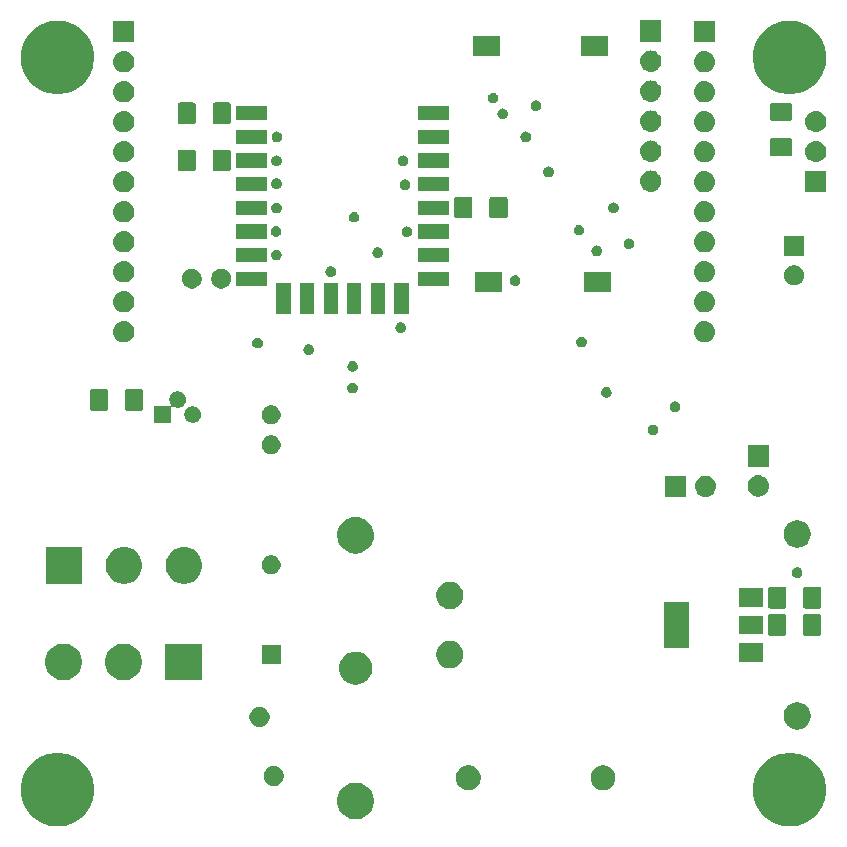
<source format=gts>
G04 #@! TF.GenerationSoftware,KiCad,Pcbnew,(5.1.2)-2*
G04 #@! TF.CreationDate,2019-08-09T14:08:30+02:00*
G04 #@! TF.ProjectId,ESP Base,45535020-4261-4736-952e-6b696361645f,1.0.8*
G04 #@! TF.SameCoordinates,Original*
G04 #@! TF.FileFunction,Soldermask,Top*
G04 #@! TF.FilePolarity,Negative*
%FSLAX46Y46*%
G04 Gerber Fmt 4.6, Leading zero omitted, Abs format (unit mm)*
G04 Created by KiCad (PCBNEW (5.1.2)-2) date 2019-08-09 14:08:30*
%MOMM*%
%LPD*%
G04 APERTURE LIST*
%ADD10C,0.100000*%
G04 APERTURE END LIST*
D10*
G36*
X124844780Y-110449566D02*
G01*
X125144237Y-110509131D01*
X125708401Y-110742815D01*
X126216135Y-111082072D01*
X126647928Y-111513865D01*
X126987185Y-112021599D01*
X127220869Y-112585763D01*
X127252165Y-112743100D01*
X127334753Y-113158295D01*
X127340000Y-113184677D01*
X127340000Y-113795323D01*
X127220869Y-114394237D01*
X126987185Y-114958401D01*
X126647928Y-115466135D01*
X126216135Y-115897928D01*
X125708401Y-116237185D01*
X125144237Y-116470869D01*
X124844780Y-116530434D01*
X124545325Y-116590000D01*
X123934675Y-116590000D01*
X123635220Y-116530434D01*
X123335763Y-116470869D01*
X122771599Y-116237185D01*
X122263865Y-115897928D01*
X121832072Y-115466135D01*
X121492815Y-114958401D01*
X121259131Y-114394237D01*
X121140000Y-113795323D01*
X121140000Y-113184677D01*
X121145248Y-113158295D01*
X121227835Y-112743100D01*
X121259131Y-112585763D01*
X121492815Y-112021599D01*
X121832072Y-111513865D01*
X122263865Y-111082072D01*
X122771599Y-110742815D01*
X123335763Y-110509131D01*
X123635220Y-110449566D01*
X123934675Y-110390000D01*
X124545325Y-110390000D01*
X124844780Y-110449566D01*
X124844780Y-110449566D01*
G37*
G36*
X62844780Y-110449566D02*
G01*
X63144237Y-110509131D01*
X63708401Y-110742815D01*
X64216135Y-111082072D01*
X64647928Y-111513865D01*
X64987185Y-112021599D01*
X65220869Y-112585763D01*
X65252165Y-112743100D01*
X65334753Y-113158295D01*
X65340000Y-113184677D01*
X65340000Y-113795323D01*
X65220869Y-114394237D01*
X64987185Y-114958401D01*
X64647928Y-115466135D01*
X64216135Y-115897928D01*
X63708401Y-116237185D01*
X63144237Y-116470869D01*
X62844780Y-116530434D01*
X62545325Y-116590000D01*
X61934675Y-116590000D01*
X61635220Y-116530434D01*
X61335763Y-116470869D01*
X60771599Y-116237185D01*
X60263865Y-115897928D01*
X59832072Y-115466135D01*
X59492815Y-114958401D01*
X59259131Y-114394237D01*
X59140000Y-113795323D01*
X59140000Y-113184677D01*
X59145248Y-113158295D01*
X59227835Y-112743100D01*
X59259131Y-112585763D01*
X59492815Y-112021599D01*
X59832072Y-111513865D01*
X60263865Y-111082072D01*
X60771599Y-110742815D01*
X61335763Y-110509131D01*
X61635220Y-110449566D01*
X61934675Y-110390000D01*
X62545325Y-110390000D01*
X62844780Y-110449566D01*
X62844780Y-110449566D01*
G37*
G36*
X87792585Y-112928802D02*
G01*
X87942410Y-112958604D01*
X88224674Y-113075521D01*
X88478705Y-113245259D01*
X88694741Y-113461295D01*
X88864479Y-113715326D01*
X88981396Y-113997590D01*
X89041000Y-114297240D01*
X89041000Y-114602760D01*
X88981396Y-114902410D01*
X88864479Y-115184674D01*
X88694741Y-115438705D01*
X88478705Y-115654741D01*
X88224674Y-115824479D01*
X87942410Y-115941396D01*
X87792585Y-115971198D01*
X87642761Y-116001000D01*
X87337239Y-116001000D01*
X87187415Y-115971198D01*
X87037590Y-115941396D01*
X86755326Y-115824479D01*
X86501295Y-115654741D01*
X86285259Y-115438705D01*
X86115521Y-115184674D01*
X85998604Y-114902410D01*
X85939000Y-114602760D01*
X85939000Y-114297240D01*
X85998604Y-113997590D01*
X86115521Y-113715326D01*
X86285259Y-113461295D01*
X86501295Y-113245259D01*
X86755326Y-113075521D01*
X87037590Y-112958604D01*
X87187415Y-112928802D01*
X87337239Y-112899000D01*
X87642761Y-112899000D01*
X87792585Y-112928802D01*
X87792585Y-112928802D01*
G37*
G36*
X97346564Y-111469389D02*
G01*
X97472866Y-111521705D01*
X97537835Y-111548616D01*
X97593564Y-111585853D01*
X97709973Y-111663635D01*
X97856365Y-111810027D01*
X97971385Y-111982167D01*
X98050611Y-112173436D01*
X98091000Y-112376484D01*
X98091000Y-112583516D01*
X98050611Y-112786564D01*
X97979350Y-112958604D01*
X97971384Y-112977835D01*
X97856365Y-113149973D01*
X97709973Y-113296365D01*
X97537835Y-113411384D01*
X97537834Y-113411385D01*
X97537833Y-113411385D01*
X97346564Y-113490611D01*
X97143516Y-113531000D01*
X96936484Y-113531000D01*
X96733436Y-113490611D01*
X96542167Y-113411385D01*
X96542166Y-113411385D01*
X96542165Y-113411384D01*
X96370027Y-113296365D01*
X96223635Y-113149973D01*
X96108616Y-112977835D01*
X96100650Y-112958604D01*
X96029389Y-112786564D01*
X95989000Y-112583516D01*
X95989000Y-112376484D01*
X96029389Y-112173436D01*
X96108615Y-111982167D01*
X96223635Y-111810027D01*
X96370027Y-111663635D01*
X96486436Y-111585853D01*
X96542165Y-111548616D01*
X96607134Y-111521705D01*
X96733436Y-111469389D01*
X96936484Y-111429000D01*
X97143516Y-111429000D01*
X97346564Y-111469389D01*
X97346564Y-111469389D01*
G37*
G36*
X108746564Y-111469389D02*
G01*
X108872866Y-111521705D01*
X108937835Y-111548616D01*
X108993564Y-111585853D01*
X109109973Y-111663635D01*
X109256365Y-111810027D01*
X109371385Y-111982167D01*
X109450611Y-112173436D01*
X109491000Y-112376484D01*
X109491000Y-112583516D01*
X109450611Y-112786564D01*
X109379350Y-112958604D01*
X109371384Y-112977835D01*
X109256365Y-113149973D01*
X109109973Y-113296365D01*
X108937835Y-113411384D01*
X108937834Y-113411385D01*
X108937833Y-113411385D01*
X108746564Y-113490611D01*
X108543516Y-113531000D01*
X108336484Y-113531000D01*
X108133436Y-113490611D01*
X107942167Y-113411385D01*
X107942166Y-113411385D01*
X107942165Y-113411384D01*
X107770027Y-113296365D01*
X107623635Y-113149973D01*
X107508616Y-112977835D01*
X107500650Y-112958604D01*
X107429389Y-112786564D01*
X107389000Y-112583516D01*
X107389000Y-112376484D01*
X107429389Y-112173436D01*
X107508615Y-111982167D01*
X107623635Y-111810027D01*
X107770027Y-111663635D01*
X107886436Y-111585853D01*
X107942165Y-111548616D01*
X108007134Y-111521705D01*
X108133436Y-111469389D01*
X108336484Y-111429000D01*
X108543516Y-111429000D01*
X108746564Y-111469389D01*
X108746564Y-111469389D01*
G37*
G36*
X80798228Y-111521703D02*
G01*
X80953100Y-111585853D01*
X81092481Y-111678985D01*
X81211015Y-111797519D01*
X81304147Y-111936900D01*
X81368297Y-112091772D01*
X81401000Y-112256184D01*
X81401000Y-112423816D01*
X81368297Y-112588228D01*
X81304147Y-112743100D01*
X81211015Y-112882481D01*
X81092481Y-113001015D01*
X80953100Y-113094147D01*
X80798228Y-113158297D01*
X80633816Y-113191000D01*
X80466184Y-113191000D01*
X80301772Y-113158297D01*
X80146900Y-113094147D01*
X80007519Y-113001015D01*
X79888985Y-112882481D01*
X79795853Y-112743100D01*
X79731703Y-112588228D01*
X79699000Y-112423816D01*
X79699000Y-112256184D01*
X79731703Y-112091772D01*
X79795853Y-111936900D01*
X79888985Y-111797519D01*
X80007519Y-111678985D01*
X80146900Y-111585853D01*
X80301772Y-111521703D01*
X80466184Y-111489000D01*
X80633816Y-111489000D01*
X80798228Y-111521703D01*
X80798228Y-111521703D01*
G37*
G36*
X125094549Y-106121116D02*
G01*
X125205734Y-106143232D01*
X125415203Y-106229997D01*
X125603720Y-106355960D01*
X125764040Y-106516280D01*
X125890003Y-106704797D01*
X125976768Y-106914266D01*
X126021000Y-107136636D01*
X126021000Y-107363364D01*
X125976768Y-107585734D01*
X125890003Y-107795203D01*
X125764040Y-107983720D01*
X125603720Y-108144040D01*
X125415203Y-108270003D01*
X125205734Y-108356768D01*
X125094549Y-108378884D01*
X124983365Y-108401000D01*
X124756635Y-108401000D01*
X124645451Y-108378884D01*
X124534266Y-108356768D01*
X124324797Y-108270003D01*
X124136280Y-108144040D01*
X123975960Y-107983720D01*
X123849997Y-107795203D01*
X123763232Y-107585734D01*
X123719000Y-107363364D01*
X123719000Y-107136636D01*
X123763232Y-106914266D01*
X123849997Y-106704797D01*
X123975960Y-106516280D01*
X124136280Y-106355960D01*
X124324797Y-106229997D01*
X124534266Y-106143232D01*
X124645451Y-106121116D01*
X124756635Y-106099000D01*
X124983365Y-106099000D01*
X125094549Y-106121116D01*
X125094549Y-106121116D01*
G37*
G36*
X79598228Y-106521703D02*
G01*
X79753100Y-106585853D01*
X79892481Y-106678985D01*
X80011015Y-106797519D01*
X80104147Y-106936900D01*
X80168297Y-107091772D01*
X80201000Y-107256184D01*
X80201000Y-107423816D01*
X80168297Y-107588228D01*
X80104147Y-107743100D01*
X80011015Y-107882481D01*
X79892481Y-108001015D01*
X79753100Y-108094147D01*
X79598228Y-108158297D01*
X79433816Y-108191000D01*
X79266184Y-108191000D01*
X79101772Y-108158297D01*
X78946900Y-108094147D01*
X78807519Y-108001015D01*
X78688985Y-107882481D01*
X78595853Y-107743100D01*
X78531703Y-107588228D01*
X78499000Y-107423816D01*
X78499000Y-107256184D01*
X78531703Y-107091772D01*
X78595853Y-106936900D01*
X78688985Y-106797519D01*
X78807519Y-106678985D01*
X78946900Y-106585853D01*
X79101772Y-106521703D01*
X79266184Y-106489000D01*
X79433816Y-106489000D01*
X79598228Y-106521703D01*
X79598228Y-106521703D01*
G37*
G36*
X87808433Y-101834893D02*
G01*
X87898657Y-101852839D01*
X88004267Y-101896585D01*
X88153621Y-101958449D01*
X88153622Y-101958450D01*
X88383086Y-102111772D01*
X88578228Y-102306914D01*
X88680675Y-102460237D01*
X88731551Y-102536379D01*
X88793415Y-102685733D01*
X88837161Y-102791343D01*
X88855107Y-102881567D01*
X88891000Y-103062012D01*
X88891000Y-103337988D01*
X88837161Y-103608656D01*
X88731551Y-103863621D01*
X88731550Y-103863622D01*
X88578228Y-104093086D01*
X88383086Y-104288228D01*
X88229763Y-104390675D01*
X88153621Y-104441551D01*
X88004267Y-104503415D01*
X87898657Y-104547161D01*
X87808433Y-104565107D01*
X87627988Y-104601000D01*
X87352012Y-104601000D01*
X87171567Y-104565107D01*
X87081343Y-104547161D01*
X86975733Y-104503415D01*
X86826379Y-104441551D01*
X86750237Y-104390675D01*
X86596914Y-104288228D01*
X86401772Y-104093086D01*
X86248450Y-103863622D01*
X86248449Y-103863621D01*
X86142839Y-103608656D01*
X86089000Y-103337988D01*
X86089000Y-103062012D01*
X86124893Y-102881567D01*
X86142839Y-102791343D01*
X86186585Y-102685733D01*
X86248449Y-102536379D01*
X86299325Y-102460237D01*
X86401772Y-102306914D01*
X86596914Y-102111772D01*
X86826378Y-101958450D01*
X86826379Y-101958449D01*
X86975733Y-101896585D01*
X87081343Y-101852839D01*
X87171567Y-101834893D01*
X87352012Y-101799000D01*
X87627988Y-101799000D01*
X87808433Y-101834893D01*
X87808433Y-101834893D01*
G37*
G36*
X63008024Y-101155960D02*
G01*
X63222410Y-101198604D01*
X63504674Y-101315521D01*
X63758705Y-101485259D01*
X63974741Y-101701295D01*
X64144479Y-101955326D01*
X64261396Y-102237590D01*
X64321000Y-102537240D01*
X64321000Y-102842760D01*
X64261396Y-103142410D01*
X64144479Y-103424674D01*
X63974741Y-103678705D01*
X63758705Y-103894741D01*
X63504674Y-104064479D01*
X63222410Y-104181396D01*
X63072585Y-104211198D01*
X62922761Y-104241000D01*
X62617239Y-104241000D01*
X62467415Y-104211198D01*
X62317590Y-104181396D01*
X62035326Y-104064479D01*
X61781295Y-103894741D01*
X61565259Y-103678705D01*
X61395521Y-103424674D01*
X61278604Y-103142410D01*
X61219000Y-102842760D01*
X61219000Y-102537240D01*
X61278604Y-102237590D01*
X61395521Y-101955326D01*
X61565259Y-101701295D01*
X61781295Y-101485259D01*
X62035326Y-101315521D01*
X62317590Y-101198604D01*
X62531976Y-101155960D01*
X62617239Y-101139000D01*
X62922761Y-101139000D01*
X63008024Y-101155960D01*
X63008024Y-101155960D01*
G37*
G36*
X68088024Y-101155960D02*
G01*
X68302410Y-101198604D01*
X68584674Y-101315521D01*
X68838705Y-101485259D01*
X69054741Y-101701295D01*
X69224479Y-101955326D01*
X69341396Y-102237590D01*
X69401000Y-102537240D01*
X69401000Y-102842760D01*
X69341396Y-103142410D01*
X69224479Y-103424674D01*
X69054741Y-103678705D01*
X68838705Y-103894741D01*
X68584674Y-104064479D01*
X68302410Y-104181396D01*
X68152585Y-104211198D01*
X68002761Y-104241000D01*
X67697239Y-104241000D01*
X67547415Y-104211198D01*
X67397590Y-104181396D01*
X67115326Y-104064479D01*
X66861295Y-103894741D01*
X66645259Y-103678705D01*
X66475521Y-103424674D01*
X66358604Y-103142410D01*
X66299000Y-102842760D01*
X66299000Y-102537240D01*
X66358604Y-102237590D01*
X66475521Y-101955326D01*
X66645259Y-101701295D01*
X66861295Y-101485259D01*
X67115326Y-101315521D01*
X67397590Y-101198604D01*
X67611976Y-101155960D01*
X67697239Y-101139000D01*
X68002761Y-101139000D01*
X68088024Y-101155960D01*
X68088024Y-101155960D01*
G37*
G36*
X74481000Y-104241000D02*
G01*
X71379000Y-104241000D01*
X71379000Y-101139000D01*
X74481000Y-101139000D01*
X74481000Y-104241000D01*
X74481000Y-104241000D01*
G37*
G36*
X95694549Y-100921116D02*
G01*
X95805734Y-100943232D01*
X96015203Y-101029997D01*
X96203720Y-101155960D01*
X96364040Y-101316280D01*
X96490003Y-101504797D01*
X96576768Y-101714266D01*
X96621000Y-101936636D01*
X96621000Y-102163364D01*
X96576768Y-102385734D01*
X96490003Y-102595203D01*
X96364040Y-102783720D01*
X96203720Y-102944040D01*
X96015203Y-103070003D01*
X95805734Y-103156768D01*
X95694549Y-103178884D01*
X95583365Y-103201000D01*
X95356635Y-103201000D01*
X95245451Y-103178884D01*
X95134266Y-103156768D01*
X94924797Y-103070003D01*
X94736280Y-102944040D01*
X94575960Y-102783720D01*
X94449997Y-102595203D01*
X94363232Y-102385734D01*
X94319000Y-102163364D01*
X94319000Y-101936636D01*
X94363232Y-101714266D01*
X94449997Y-101504797D01*
X94575960Y-101316280D01*
X94736280Y-101155960D01*
X94924797Y-101029997D01*
X95134266Y-100943232D01*
X95245451Y-100921116D01*
X95356635Y-100899000D01*
X95583365Y-100899000D01*
X95694549Y-100921116D01*
X95694549Y-100921116D01*
G37*
G36*
X81135000Y-102885000D02*
G01*
X79525000Y-102885000D01*
X79525000Y-101275000D01*
X81135000Y-101275000D01*
X81135000Y-102885000D01*
X81135000Y-102885000D01*
G37*
G36*
X122011000Y-102651000D02*
G01*
X119909000Y-102651000D01*
X119909000Y-101049000D01*
X122011000Y-101049000D01*
X122011000Y-102651000D01*
X122011000Y-102651000D01*
G37*
G36*
X115711000Y-101501000D02*
G01*
X113609000Y-101501000D01*
X113609000Y-97599000D01*
X115711000Y-97599000D01*
X115711000Y-101501000D01*
X115711000Y-101501000D01*
G37*
G36*
X126760562Y-98618181D02*
G01*
X126795481Y-98628774D01*
X126827663Y-98645976D01*
X126855873Y-98669127D01*
X126879024Y-98697337D01*
X126896226Y-98729519D01*
X126906819Y-98764438D01*
X126911000Y-98806895D01*
X126911000Y-100273105D01*
X126906819Y-100315562D01*
X126896226Y-100350481D01*
X126879024Y-100382663D01*
X126855873Y-100410873D01*
X126827663Y-100434024D01*
X126795481Y-100451226D01*
X126760562Y-100461819D01*
X126718105Y-100466000D01*
X125576895Y-100466000D01*
X125534438Y-100461819D01*
X125499519Y-100451226D01*
X125467337Y-100434024D01*
X125439127Y-100410873D01*
X125415976Y-100382663D01*
X125398774Y-100350481D01*
X125388181Y-100315562D01*
X125384000Y-100273105D01*
X125384000Y-98806895D01*
X125388181Y-98764438D01*
X125398774Y-98729519D01*
X125415976Y-98697337D01*
X125439127Y-98669127D01*
X125467337Y-98645976D01*
X125499519Y-98628774D01*
X125534438Y-98618181D01*
X125576895Y-98614000D01*
X126718105Y-98614000D01*
X126760562Y-98618181D01*
X126760562Y-98618181D01*
G37*
G36*
X123785562Y-98618181D02*
G01*
X123820481Y-98628774D01*
X123852663Y-98645976D01*
X123880873Y-98669127D01*
X123904024Y-98697337D01*
X123921226Y-98729519D01*
X123931819Y-98764438D01*
X123936000Y-98806895D01*
X123936000Y-100273105D01*
X123931819Y-100315562D01*
X123921226Y-100350481D01*
X123904024Y-100382663D01*
X123880873Y-100410873D01*
X123852663Y-100434024D01*
X123820481Y-100451226D01*
X123785562Y-100461819D01*
X123743105Y-100466000D01*
X122601895Y-100466000D01*
X122559438Y-100461819D01*
X122524519Y-100451226D01*
X122492337Y-100434024D01*
X122464127Y-100410873D01*
X122440976Y-100382663D01*
X122423774Y-100350481D01*
X122413181Y-100315562D01*
X122409000Y-100273105D01*
X122409000Y-98806895D01*
X122413181Y-98764438D01*
X122423774Y-98729519D01*
X122440976Y-98697337D01*
X122464127Y-98669127D01*
X122492337Y-98645976D01*
X122524519Y-98628774D01*
X122559438Y-98618181D01*
X122601895Y-98614000D01*
X123743105Y-98614000D01*
X123785562Y-98618181D01*
X123785562Y-98618181D01*
G37*
G36*
X122011000Y-100351000D02*
G01*
X119909000Y-100351000D01*
X119909000Y-98749000D01*
X122011000Y-98749000D01*
X122011000Y-100351000D01*
X122011000Y-100351000D01*
G37*
G36*
X95694549Y-95921116D02*
G01*
X95805734Y-95943232D01*
X96015203Y-96029997D01*
X96203720Y-96155960D01*
X96364040Y-96316280D01*
X96490003Y-96504797D01*
X96576768Y-96714266D01*
X96621000Y-96936636D01*
X96621000Y-97163364D01*
X96576768Y-97385734D01*
X96490003Y-97595203D01*
X96364040Y-97783720D01*
X96203720Y-97944040D01*
X96015203Y-98070003D01*
X95805734Y-98156768D01*
X95759321Y-98166000D01*
X95583365Y-98201000D01*
X95356635Y-98201000D01*
X95180679Y-98166000D01*
X95134266Y-98156768D01*
X94924797Y-98070003D01*
X94736280Y-97944040D01*
X94575960Y-97783720D01*
X94449997Y-97595203D01*
X94363232Y-97385734D01*
X94319000Y-97163364D01*
X94319000Y-96936636D01*
X94363232Y-96714266D01*
X94449997Y-96504797D01*
X94575960Y-96316280D01*
X94736280Y-96155960D01*
X94924797Y-96029997D01*
X95134266Y-95943232D01*
X95245451Y-95921116D01*
X95356635Y-95899000D01*
X95583365Y-95899000D01*
X95694549Y-95921116D01*
X95694549Y-95921116D01*
G37*
G36*
X126770562Y-96318181D02*
G01*
X126805481Y-96328774D01*
X126837663Y-96345976D01*
X126865873Y-96369127D01*
X126889024Y-96397337D01*
X126906226Y-96429519D01*
X126916819Y-96464438D01*
X126921000Y-96506895D01*
X126921000Y-97973105D01*
X126916819Y-98015562D01*
X126906226Y-98050481D01*
X126889024Y-98082663D01*
X126865873Y-98110873D01*
X126837663Y-98134024D01*
X126805481Y-98151226D01*
X126770562Y-98161819D01*
X126728105Y-98166000D01*
X125586895Y-98166000D01*
X125544438Y-98161819D01*
X125509519Y-98151226D01*
X125477337Y-98134024D01*
X125449127Y-98110873D01*
X125425976Y-98082663D01*
X125408774Y-98050481D01*
X125398181Y-98015562D01*
X125394000Y-97973105D01*
X125394000Y-96506895D01*
X125398181Y-96464438D01*
X125408774Y-96429519D01*
X125425976Y-96397337D01*
X125449127Y-96369127D01*
X125477337Y-96345976D01*
X125509519Y-96328774D01*
X125544438Y-96318181D01*
X125586895Y-96314000D01*
X126728105Y-96314000D01*
X126770562Y-96318181D01*
X126770562Y-96318181D01*
G37*
G36*
X123795562Y-96318181D02*
G01*
X123830481Y-96328774D01*
X123862663Y-96345976D01*
X123890873Y-96369127D01*
X123914024Y-96397337D01*
X123931226Y-96429519D01*
X123941819Y-96464438D01*
X123946000Y-96506895D01*
X123946000Y-97973105D01*
X123941819Y-98015562D01*
X123931226Y-98050481D01*
X123914024Y-98082663D01*
X123890873Y-98110873D01*
X123862663Y-98134024D01*
X123830481Y-98151226D01*
X123795562Y-98161819D01*
X123753105Y-98166000D01*
X122611895Y-98166000D01*
X122569438Y-98161819D01*
X122534519Y-98151226D01*
X122502337Y-98134024D01*
X122474127Y-98110873D01*
X122450976Y-98082663D01*
X122433774Y-98050481D01*
X122423181Y-98015562D01*
X122419000Y-97973105D01*
X122419000Y-96506895D01*
X122423181Y-96464438D01*
X122433774Y-96429519D01*
X122450976Y-96397337D01*
X122474127Y-96369127D01*
X122502337Y-96345976D01*
X122534519Y-96328774D01*
X122569438Y-96318181D01*
X122611895Y-96314000D01*
X123753105Y-96314000D01*
X123795562Y-96318181D01*
X123795562Y-96318181D01*
G37*
G36*
X122011000Y-98051000D02*
G01*
X119909000Y-98051000D01*
X119909000Y-96449000D01*
X122011000Y-96449000D01*
X122011000Y-98051000D01*
X122011000Y-98051000D01*
G37*
G36*
X64341000Y-96061000D02*
G01*
X61239000Y-96061000D01*
X61239000Y-92959000D01*
X64341000Y-92959000D01*
X64341000Y-96061000D01*
X64341000Y-96061000D01*
G37*
G36*
X68172585Y-92988802D02*
G01*
X68322410Y-93018604D01*
X68604674Y-93135521D01*
X68858705Y-93305259D01*
X69074741Y-93521295D01*
X69244479Y-93775326D01*
X69361396Y-94057590D01*
X69361396Y-94057591D01*
X69421000Y-94357239D01*
X69421000Y-94662761D01*
X69401720Y-94759686D01*
X69361396Y-94962410D01*
X69244479Y-95244674D01*
X69074741Y-95498705D01*
X68858705Y-95714741D01*
X68604674Y-95884479D01*
X68322410Y-96001396D01*
X68178628Y-96029996D01*
X68022761Y-96061000D01*
X67717239Y-96061000D01*
X67561372Y-96029996D01*
X67417590Y-96001396D01*
X67135326Y-95884479D01*
X66881295Y-95714741D01*
X66665259Y-95498705D01*
X66495521Y-95244674D01*
X66378604Y-94962410D01*
X66338280Y-94759686D01*
X66319000Y-94662761D01*
X66319000Y-94357239D01*
X66378604Y-94057591D01*
X66378604Y-94057590D01*
X66495521Y-93775326D01*
X66665259Y-93521295D01*
X66881295Y-93305259D01*
X67135326Y-93135521D01*
X67417590Y-93018604D01*
X67567415Y-92988802D01*
X67717239Y-92959000D01*
X68022761Y-92959000D01*
X68172585Y-92988802D01*
X68172585Y-92988802D01*
G37*
G36*
X73252585Y-92988802D02*
G01*
X73402410Y-93018604D01*
X73684674Y-93135521D01*
X73938705Y-93305259D01*
X74154741Y-93521295D01*
X74324479Y-93775326D01*
X74441396Y-94057590D01*
X74441396Y-94057591D01*
X74501000Y-94357239D01*
X74501000Y-94662761D01*
X74481720Y-94759686D01*
X74441396Y-94962410D01*
X74324479Y-95244674D01*
X74154741Y-95498705D01*
X73938705Y-95714741D01*
X73684674Y-95884479D01*
X73402410Y-96001396D01*
X73258628Y-96029996D01*
X73102761Y-96061000D01*
X72797239Y-96061000D01*
X72641372Y-96029996D01*
X72497590Y-96001396D01*
X72215326Y-95884479D01*
X71961295Y-95714741D01*
X71745259Y-95498705D01*
X71575521Y-95244674D01*
X71458604Y-94962410D01*
X71418280Y-94759686D01*
X71399000Y-94662761D01*
X71399000Y-94357239D01*
X71458604Y-94057591D01*
X71458604Y-94057590D01*
X71575521Y-93775326D01*
X71745259Y-93521295D01*
X71961295Y-93305259D01*
X72215326Y-93135521D01*
X72497590Y-93018604D01*
X72647415Y-92988802D01*
X72797239Y-92959000D01*
X73102761Y-92959000D01*
X73252585Y-92988802D01*
X73252585Y-92988802D01*
G37*
G36*
X125001552Y-94676331D02*
G01*
X125083627Y-94710328D01*
X125083629Y-94710329D01*
X125120813Y-94735175D01*
X125157495Y-94759685D01*
X125220315Y-94822505D01*
X125269672Y-94896373D01*
X125303669Y-94978448D01*
X125321000Y-95065579D01*
X125321000Y-95154421D01*
X125303669Y-95241552D01*
X125293956Y-95265000D01*
X125269671Y-95323629D01*
X125220314Y-95397496D01*
X125157496Y-95460314D01*
X125083629Y-95509671D01*
X125083628Y-95509672D01*
X125083627Y-95509672D01*
X125001552Y-95543669D01*
X124914421Y-95561000D01*
X124825579Y-95561000D01*
X124738448Y-95543669D01*
X124656373Y-95509672D01*
X124656372Y-95509672D01*
X124656371Y-95509671D01*
X124582504Y-95460314D01*
X124519686Y-95397496D01*
X124470329Y-95323629D01*
X124446044Y-95265000D01*
X124436331Y-95241552D01*
X124419000Y-95154421D01*
X124419000Y-95065579D01*
X124436331Y-94978448D01*
X124470328Y-94896373D01*
X124519685Y-94822505D01*
X124582505Y-94759685D01*
X124619187Y-94735175D01*
X124656371Y-94710329D01*
X124656373Y-94710328D01*
X124738448Y-94676331D01*
X124825579Y-94659000D01*
X124914421Y-94659000D01*
X125001552Y-94676331D01*
X125001552Y-94676331D01*
G37*
G36*
X80564810Y-93685935D02*
G01*
X80711309Y-93746617D01*
X80711310Y-93746618D01*
X80843158Y-93834716D01*
X80955284Y-93946842D01*
X80955285Y-93946844D01*
X81043383Y-94078691D01*
X81104065Y-94225190D01*
X81135000Y-94380713D01*
X81135000Y-94539287D01*
X81104065Y-94694810D01*
X81043383Y-94841309D01*
X81043382Y-94841310D01*
X80955284Y-94973158D01*
X80843158Y-95085284D01*
X80776785Y-95129633D01*
X80711309Y-95173383D01*
X80564810Y-95234065D01*
X80409287Y-95265000D01*
X80250713Y-95265000D01*
X80095190Y-95234065D01*
X79948691Y-95173383D01*
X79883215Y-95129633D01*
X79816842Y-95085284D01*
X79704716Y-94973158D01*
X79616618Y-94841310D01*
X79616617Y-94841309D01*
X79555935Y-94694810D01*
X79525000Y-94539287D01*
X79525000Y-94380713D01*
X79555935Y-94225190D01*
X79616617Y-94078691D01*
X79704715Y-93946844D01*
X79704716Y-93946842D01*
X79816842Y-93834716D01*
X79948690Y-93746618D01*
X79948691Y-93746617D01*
X80095190Y-93685935D01*
X80250713Y-93655000D01*
X80409287Y-93655000D01*
X80564810Y-93685935D01*
X80564810Y-93685935D01*
G37*
G36*
X87792585Y-90428802D02*
G01*
X87942410Y-90458604D01*
X88224674Y-90575521D01*
X88478705Y-90745259D01*
X88694741Y-90961295D01*
X88864479Y-91215326D01*
X88981396Y-91497590D01*
X88981396Y-91497591D01*
X89041000Y-91797239D01*
X89041000Y-92102761D01*
X89011198Y-92252585D01*
X88981396Y-92402410D01*
X88864479Y-92684674D01*
X88694741Y-92938705D01*
X88478705Y-93154741D01*
X88224674Y-93324479D01*
X87942410Y-93441396D01*
X87792585Y-93471198D01*
X87642761Y-93501000D01*
X87337239Y-93501000D01*
X87187415Y-93471198D01*
X87037590Y-93441396D01*
X86755326Y-93324479D01*
X86501295Y-93154741D01*
X86285259Y-92938705D01*
X86115521Y-92684674D01*
X85998604Y-92402410D01*
X85968802Y-92252585D01*
X85939000Y-92102761D01*
X85939000Y-91797239D01*
X85998604Y-91497591D01*
X85998604Y-91497590D01*
X86115521Y-91215326D01*
X86285259Y-90961295D01*
X86501295Y-90745259D01*
X86755326Y-90575521D01*
X87037590Y-90458604D01*
X87187415Y-90428802D01*
X87337239Y-90399000D01*
X87642761Y-90399000D01*
X87792585Y-90428802D01*
X87792585Y-90428802D01*
G37*
G36*
X125094549Y-90721116D02*
G01*
X125205734Y-90743232D01*
X125415203Y-90829997D01*
X125603720Y-90955960D01*
X125764040Y-91116280D01*
X125890003Y-91304797D01*
X125976768Y-91514266D01*
X126021000Y-91736636D01*
X126021000Y-91963364D01*
X125976768Y-92185734D01*
X125890003Y-92395203D01*
X125764040Y-92583720D01*
X125603720Y-92744040D01*
X125415203Y-92870003D01*
X125205734Y-92956768D01*
X125094549Y-92978884D01*
X124983365Y-93001000D01*
X124756635Y-93001000D01*
X124645451Y-92978884D01*
X124534266Y-92956768D01*
X124324797Y-92870003D01*
X124136280Y-92744040D01*
X123975960Y-92583720D01*
X123849997Y-92395203D01*
X123763232Y-92185734D01*
X123719000Y-91963364D01*
X123719000Y-91736636D01*
X123763232Y-91514266D01*
X123849997Y-91304797D01*
X123975960Y-91116280D01*
X124136280Y-90955960D01*
X124324797Y-90829997D01*
X124534266Y-90743232D01*
X124645451Y-90721116D01*
X124756635Y-90699000D01*
X124983365Y-90699000D01*
X125094549Y-90721116D01*
X125094549Y-90721116D01*
G37*
G36*
X117220443Y-86915519D02*
G01*
X117286627Y-86922037D01*
X117456466Y-86973557D01*
X117612991Y-87057222D01*
X117648729Y-87086552D01*
X117750186Y-87169814D01*
X117833448Y-87271271D01*
X117862778Y-87307009D01*
X117862779Y-87307011D01*
X117930407Y-87433532D01*
X117946443Y-87463534D01*
X117997963Y-87633373D01*
X118015359Y-87810000D01*
X117997963Y-87986627D01*
X117946443Y-88156466D01*
X117862778Y-88312991D01*
X117833448Y-88348729D01*
X117750186Y-88450186D01*
X117649546Y-88532778D01*
X117612991Y-88562778D01*
X117612989Y-88562779D01*
X117512594Y-88616442D01*
X117456466Y-88646443D01*
X117286627Y-88697963D01*
X117220442Y-88704482D01*
X117154260Y-88711000D01*
X117065740Y-88711000D01*
X116999558Y-88704482D01*
X116933373Y-88697963D01*
X116763534Y-88646443D01*
X116707407Y-88616442D01*
X116607011Y-88562779D01*
X116607009Y-88562778D01*
X116570454Y-88532778D01*
X116469814Y-88450186D01*
X116386552Y-88348729D01*
X116357222Y-88312991D01*
X116273557Y-88156466D01*
X116222037Y-87986627D01*
X116204641Y-87810000D01*
X116222037Y-87633373D01*
X116273557Y-87463534D01*
X116289594Y-87433532D01*
X116357221Y-87307011D01*
X116357222Y-87307009D01*
X116386552Y-87271271D01*
X116469814Y-87169814D01*
X116571271Y-87086552D01*
X116607009Y-87057222D01*
X116763534Y-86973557D01*
X116933373Y-86922037D01*
X116999557Y-86915519D01*
X117065740Y-86909000D01*
X117154260Y-86909000D01*
X117220443Y-86915519D01*
X117220443Y-86915519D01*
G37*
G36*
X115471000Y-88711000D02*
G01*
X113669000Y-88711000D01*
X113669000Y-86909000D01*
X115471000Y-86909000D01*
X115471000Y-88711000D01*
X115471000Y-88711000D01*
G37*
G36*
X121690443Y-86885519D02*
G01*
X121756627Y-86892037D01*
X121926466Y-86943557D01*
X121926468Y-86943558D01*
X122004729Y-86985390D01*
X122082991Y-87027222D01*
X122118729Y-87056552D01*
X122220186Y-87139814D01*
X122303448Y-87241271D01*
X122332778Y-87277009D01*
X122416443Y-87433534D01*
X122467963Y-87603373D01*
X122485359Y-87780000D01*
X122467963Y-87956627D01*
X122416443Y-88126466D01*
X122416442Y-88126468D01*
X122374611Y-88204728D01*
X122332778Y-88282991D01*
X122308159Y-88312989D01*
X122220186Y-88420186D01*
X122118729Y-88503448D01*
X122082991Y-88532778D01*
X121926466Y-88616443D01*
X121756627Y-88667963D01*
X121690442Y-88674482D01*
X121624260Y-88681000D01*
X121535740Y-88681000D01*
X121469558Y-88674482D01*
X121403373Y-88667963D01*
X121233534Y-88616443D01*
X121077009Y-88532778D01*
X121041271Y-88503448D01*
X120939814Y-88420186D01*
X120851841Y-88312989D01*
X120827222Y-88282991D01*
X120785389Y-88204728D01*
X120743558Y-88126468D01*
X120743557Y-88126466D01*
X120692037Y-87956627D01*
X120674641Y-87780000D01*
X120692037Y-87603373D01*
X120743557Y-87433534D01*
X120827222Y-87277009D01*
X120856552Y-87241271D01*
X120939814Y-87139814D01*
X121041271Y-87056552D01*
X121077009Y-87027222D01*
X121155271Y-86985390D01*
X121233532Y-86943558D01*
X121233534Y-86943557D01*
X121403373Y-86892037D01*
X121469557Y-86885519D01*
X121535740Y-86879000D01*
X121624260Y-86879000D01*
X121690443Y-86885519D01*
X121690443Y-86885519D01*
G37*
G36*
X122481000Y-86141000D02*
G01*
X120679000Y-86141000D01*
X120679000Y-84339000D01*
X122481000Y-84339000D01*
X122481000Y-86141000D01*
X122481000Y-86141000D01*
G37*
G36*
X80564810Y-83525935D02*
G01*
X80711309Y-83586617D01*
X80711310Y-83586618D01*
X80843158Y-83674716D01*
X80955284Y-83786842D01*
X80955285Y-83786844D01*
X81043383Y-83918691D01*
X81104065Y-84065190D01*
X81135000Y-84220713D01*
X81135000Y-84379287D01*
X81104065Y-84534810D01*
X81043383Y-84681309D01*
X81043382Y-84681310D01*
X80955284Y-84813158D01*
X80843158Y-84925284D01*
X80776785Y-84969633D01*
X80711309Y-85013383D01*
X80564810Y-85074065D01*
X80409287Y-85105000D01*
X80250713Y-85105000D01*
X80095190Y-85074065D01*
X79948691Y-85013383D01*
X79883215Y-84969633D01*
X79816842Y-84925284D01*
X79704716Y-84813158D01*
X79616618Y-84681310D01*
X79616617Y-84681309D01*
X79555935Y-84534810D01*
X79525000Y-84379287D01*
X79525000Y-84220713D01*
X79555935Y-84065190D01*
X79616617Y-83918691D01*
X79704715Y-83786844D01*
X79704716Y-83786842D01*
X79816842Y-83674716D01*
X79948690Y-83586618D01*
X79948691Y-83586617D01*
X80095190Y-83525935D01*
X80250713Y-83495000D01*
X80409287Y-83495000D01*
X80564810Y-83525935D01*
X80564810Y-83525935D01*
G37*
G36*
X112801552Y-82596331D02*
G01*
X112883627Y-82630328D01*
X112883629Y-82630329D01*
X112920813Y-82655175D01*
X112957495Y-82679685D01*
X113020315Y-82742505D01*
X113069672Y-82816373D01*
X113103669Y-82898448D01*
X113121000Y-82985579D01*
X113121000Y-83074421D01*
X113103669Y-83161552D01*
X113069672Y-83243627D01*
X113069671Y-83243629D01*
X113020314Y-83317496D01*
X112957496Y-83380314D01*
X112883629Y-83429671D01*
X112883628Y-83429672D01*
X112883627Y-83429672D01*
X112801552Y-83463669D01*
X112714421Y-83481000D01*
X112625579Y-83481000D01*
X112538448Y-83463669D01*
X112456373Y-83429672D01*
X112456372Y-83429672D01*
X112456371Y-83429671D01*
X112382504Y-83380314D01*
X112319686Y-83317496D01*
X112270329Y-83243629D01*
X112270328Y-83243627D01*
X112236331Y-83161552D01*
X112219000Y-83074421D01*
X112219000Y-82985579D01*
X112236331Y-82898448D01*
X112270328Y-82816373D01*
X112319685Y-82742505D01*
X112382505Y-82679685D01*
X112419187Y-82655175D01*
X112456371Y-82630329D01*
X112456373Y-82630328D01*
X112538448Y-82596331D01*
X112625579Y-82579000D01*
X112714421Y-82579000D01*
X112801552Y-82596331D01*
X112801552Y-82596331D01*
G37*
G36*
X80564810Y-80985935D02*
G01*
X80711309Y-81046617D01*
X80725260Y-81055939D01*
X80843158Y-81134716D01*
X80955284Y-81246842D01*
X80955285Y-81246844D01*
X81043383Y-81378691D01*
X81104065Y-81525190D01*
X81135000Y-81680713D01*
X81135000Y-81839287D01*
X81104065Y-81994810D01*
X81043383Y-82141309D01*
X81043382Y-82141310D01*
X80955284Y-82273158D01*
X80843158Y-82385284D01*
X80776785Y-82429633D01*
X80711309Y-82473383D01*
X80564810Y-82534065D01*
X80409287Y-82565000D01*
X80250713Y-82565000D01*
X80095190Y-82534065D01*
X79948691Y-82473383D01*
X79883215Y-82429633D01*
X79816842Y-82385284D01*
X79704716Y-82273158D01*
X79616618Y-82141310D01*
X79616617Y-82141309D01*
X79555935Y-81994810D01*
X79525000Y-81839287D01*
X79525000Y-81680713D01*
X79555935Y-81525190D01*
X79616617Y-81378691D01*
X79704715Y-81246844D01*
X79704716Y-81246842D01*
X79816842Y-81134716D01*
X79934740Y-81055939D01*
X79948691Y-81046617D01*
X80095190Y-80985935D01*
X80250713Y-80955000D01*
X80409287Y-80955000D01*
X80564810Y-80985935D01*
X80564810Y-80985935D01*
G37*
G36*
X72634473Y-79785938D02*
G01*
X72762049Y-79838782D01*
X72876859Y-79915495D01*
X72974505Y-80013141D01*
X73051218Y-80127951D01*
X73104062Y-80255527D01*
X73131000Y-80390956D01*
X73131000Y-80529044D01*
X73104062Y-80664473D01*
X73051218Y-80792049D01*
X72974505Y-80906859D01*
X72876859Y-81004505D01*
X72762049Y-81081218D01*
X72634473Y-81134062D01*
X72499044Y-81161000D01*
X72360956Y-81161000D01*
X72225527Y-81134062D01*
X72097951Y-81081218D01*
X72055444Y-81052816D01*
X72033833Y-81041265D01*
X72010384Y-81034152D01*
X71985998Y-81031750D01*
X71961612Y-81034152D01*
X71938163Y-81041265D01*
X71916553Y-81052817D01*
X71897611Y-81068362D01*
X71882066Y-81087304D01*
X71870515Y-81108915D01*
X71863402Y-81132364D01*
X71861000Y-81156749D01*
X71861000Y-82431000D01*
X70459000Y-82431000D01*
X70459000Y-81029000D01*
X71733251Y-81029000D01*
X71757637Y-81026598D01*
X71781086Y-81019485D01*
X71802697Y-81007934D01*
X71821639Y-80992389D01*
X71837184Y-80973447D01*
X71848735Y-80951836D01*
X71855848Y-80928387D01*
X71858250Y-80904001D01*
X71855848Y-80879615D01*
X71848735Y-80856166D01*
X71837184Y-80834556D01*
X71808782Y-80792049D01*
X71755938Y-80664473D01*
X71729000Y-80529044D01*
X71729000Y-80390956D01*
X71755938Y-80255527D01*
X71808782Y-80127951D01*
X71885495Y-80013141D01*
X71983141Y-79915495D01*
X72097951Y-79838782D01*
X72225527Y-79785938D01*
X72360956Y-79759000D01*
X72499044Y-79759000D01*
X72634473Y-79785938D01*
X72634473Y-79785938D01*
G37*
G36*
X73904473Y-81055938D02*
G01*
X74032049Y-81108782D01*
X74146859Y-81185495D01*
X74244505Y-81283141D01*
X74321218Y-81397951D01*
X74374062Y-81525527D01*
X74401000Y-81660956D01*
X74401000Y-81799044D01*
X74374062Y-81934473D01*
X74321218Y-82062049D01*
X74244505Y-82176859D01*
X74146859Y-82274505D01*
X74032049Y-82351218D01*
X73904473Y-82404062D01*
X73769044Y-82431000D01*
X73630956Y-82431000D01*
X73495527Y-82404062D01*
X73367951Y-82351218D01*
X73253141Y-82274505D01*
X73155495Y-82176859D01*
X73078782Y-82062049D01*
X73025938Y-81934473D01*
X72999000Y-81799044D01*
X72999000Y-81660956D01*
X73025938Y-81525527D01*
X73078782Y-81397951D01*
X73155495Y-81283141D01*
X73253141Y-81185495D01*
X73367951Y-81108782D01*
X73495527Y-81055938D01*
X73630956Y-81029000D01*
X73769044Y-81029000D01*
X73904473Y-81055938D01*
X73904473Y-81055938D01*
G37*
G36*
X114661552Y-80636331D02*
G01*
X114729494Y-80664474D01*
X114743629Y-80670329D01*
X114780813Y-80695175D01*
X114817495Y-80719685D01*
X114880315Y-80782505D01*
X114929672Y-80856373D01*
X114963669Y-80938448D01*
X114981000Y-81025579D01*
X114981000Y-81114421D01*
X114963669Y-81201552D01*
X114929672Y-81283627D01*
X114884754Y-81350852D01*
X114880314Y-81357496D01*
X114817496Y-81420314D01*
X114743629Y-81469671D01*
X114743628Y-81469672D01*
X114743627Y-81469672D01*
X114661552Y-81503669D01*
X114574421Y-81521000D01*
X114485579Y-81521000D01*
X114398448Y-81503669D01*
X114316373Y-81469672D01*
X114316372Y-81469672D01*
X114316371Y-81469671D01*
X114242504Y-81420314D01*
X114179686Y-81357496D01*
X114175247Y-81350852D01*
X114130328Y-81283627D01*
X114096331Y-81201552D01*
X114079000Y-81114421D01*
X114079000Y-81025579D01*
X114096331Y-80938448D01*
X114130328Y-80856373D01*
X114179685Y-80782505D01*
X114242505Y-80719685D01*
X114279187Y-80695175D01*
X114316371Y-80670329D01*
X114330506Y-80664474D01*
X114398448Y-80636331D01*
X114485579Y-80619000D01*
X114574421Y-80619000D01*
X114661552Y-80636331D01*
X114661552Y-80636331D01*
G37*
G36*
X69350562Y-79548181D02*
G01*
X69385481Y-79558774D01*
X69417663Y-79575976D01*
X69445873Y-79599127D01*
X69469024Y-79627337D01*
X69486226Y-79659519D01*
X69496819Y-79694438D01*
X69501000Y-79736895D01*
X69501000Y-81203105D01*
X69496819Y-81245562D01*
X69486226Y-81280481D01*
X69469024Y-81312663D01*
X69445873Y-81340873D01*
X69417663Y-81364024D01*
X69385481Y-81381226D01*
X69350562Y-81391819D01*
X69308105Y-81396000D01*
X68166895Y-81396000D01*
X68124438Y-81391819D01*
X68089519Y-81381226D01*
X68057337Y-81364024D01*
X68029127Y-81340873D01*
X68005976Y-81312663D01*
X67988774Y-81280481D01*
X67978181Y-81245562D01*
X67974000Y-81203105D01*
X67974000Y-79736895D01*
X67978181Y-79694438D01*
X67988774Y-79659519D01*
X68005976Y-79627337D01*
X68029127Y-79599127D01*
X68057337Y-79575976D01*
X68089519Y-79558774D01*
X68124438Y-79548181D01*
X68166895Y-79544000D01*
X69308105Y-79544000D01*
X69350562Y-79548181D01*
X69350562Y-79548181D01*
G37*
G36*
X66375562Y-79548181D02*
G01*
X66410481Y-79558774D01*
X66442663Y-79575976D01*
X66470873Y-79599127D01*
X66494024Y-79627337D01*
X66511226Y-79659519D01*
X66521819Y-79694438D01*
X66526000Y-79736895D01*
X66526000Y-81203105D01*
X66521819Y-81245562D01*
X66511226Y-81280481D01*
X66494024Y-81312663D01*
X66470873Y-81340873D01*
X66442663Y-81364024D01*
X66410481Y-81381226D01*
X66375562Y-81391819D01*
X66333105Y-81396000D01*
X65191895Y-81396000D01*
X65149438Y-81391819D01*
X65114519Y-81381226D01*
X65082337Y-81364024D01*
X65054127Y-81340873D01*
X65030976Y-81312663D01*
X65013774Y-81280481D01*
X65003181Y-81245562D01*
X64999000Y-81203105D01*
X64999000Y-79736895D01*
X65003181Y-79694438D01*
X65013774Y-79659519D01*
X65030976Y-79627337D01*
X65054127Y-79599127D01*
X65082337Y-79575976D01*
X65114519Y-79558774D01*
X65149438Y-79548181D01*
X65191895Y-79544000D01*
X66333105Y-79544000D01*
X66375562Y-79548181D01*
X66375562Y-79548181D01*
G37*
G36*
X108841552Y-79406331D02*
G01*
X108923627Y-79440328D01*
X108923629Y-79440329D01*
X108960813Y-79465175D01*
X108997495Y-79489685D01*
X109060315Y-79552505D01*
X109109672Y-79626373D01*
X109143669Y-79708448D01*
X109161000Y-79795579D01*
X109161000Y-79884421D01*
X109143669Y-79971552D01*
X109109672Y-80053627D01*
X109109671Y-80053629D01*
X109060314Y-80127496D01*
X108997496Y-80190314D01*
X108923629Y-80239671D01*
X108923628Y-80239672D01*
X108923627Y-80239672D01*
X108841552Y-80273669D01*
X108754421Y-80291000D01*
X108665579Y-80291000D01*
X108578448Y-80273669D01*
X108496373Y-80239672D01*
X108496372Y-80239672D01*
X108496371Y-80239671D01*
X108422504Y-80190314D01*
X108359686Y-80127496D01*
X108310329Y-80053629D01*
X108310328Y-80053627D01*
X108276331Y-79971552D01*
X108259000Y-79884421D01*
X108259000Y-79795579D01*
X108276331Y-79708448D01*
X108310328Y-79626373D01*
X108359685Y-79552505D01*
X108422505Y-79489685D01*
X108459187Y-79465175D01*
X108496371Y-79440329D01*
X108496373Y-79440328D01*
X108578448Y-79406331D01*
X108665579Y-79389000D01*
X108754421Y-79389000D01*
X108841552Y-79406331D01*
X108841552Y-79406331D01*
G37*
G36*
X87361552Y-79056331D02*
G01*
X87443627Y-79090328D01*
X87443629Y-79090329D01*
X87480813Y-79115175D01*
X87517495Y-79139685D01*
X87580315Y-79202505D01*
X87629672Y-79276373D01*
X87663669Y-79358448D01*
X87681000Y-79445579D01*
X87681000Y-79534421D01*
X87663669Y-79621552D01*
X87647942Y-79659519D01*
X87629671Y-79703629D01*
X87580314Y-79777496D01*
X87517496Y-79840314D01*
X87443629Y-79889671D01*
X87443628Y-79889672D01*
X87443627Y-79889672D01*
X87361552Y-79923669D01*
X87274421Y-79941000D01*
X87185579Y-79941000D01*
X87098448Y-79923669D01*
X87016373Y-79889672D01*
X87016372Y-79889672D01*
X87016371Y-79889671D01*
X86942504Y-79840314D01*
X86879686Y-79777496D01*
X86830329Y-79703629D01*
X86812058Y-79659519D01*
X86796331Y-79621552D01*
X86779000Y-79534421D01*
X86779000Y-79445579D01*
X86796331Y-79358448D01*
X86830328Y-79276373D01*
X86879685Y-79202505D01*
X86942505Y-79139685D01*
X86979187Y-79115175D01*
X87016371Y-79090329D01*
X87016373Y-79090328D01*
X87098448Y-79056331D01*
X87185579Y-79039000D01*
X87274421Y-79039000D01*
X87361552Y-79056331D01*
X87361552Y-79056331D01*
G37*
G36*
X87381552Y-77206331D02*
G01*
X87463627Y-77240328D01*
X87463629Y-77240329D01*
X87500813Y-77265175D01*
X87537495Y-77289685D01*
X87600315Y-77352505D01*
X87649672Y-77426373D01*
X87683669Y-77508448D01*
X87701000Y-77595579D01*
X87701000Y-77684421D01*
X87683669Y-77771552D01*
X87649672Y-77853627D01*
X87649671Y-77853629D01*
X87600314Y-77927496D01*
X87537496Y-77990314D01*
X87463629Y-78039671D01*
X87463628Y-78039672D01*
X87463627Y-78039672D01*
X87381552Y-78073669D01*
X87294421Y-78091000D01*
X87205579Y-78091000D01*
X87118448Y-78073669D01*
X87036373Y-78039672D01*
X87036372Y-78039672D01*
X87036371Y-78039671D01*
X86962504Y-77990314D01*
X86899686Y-77927496D01*
X86850329Y-77853629D01*
X86850328Y-77853627D01*
X86816331Y-77771552D01*
X86799000Y-77684421D01*
X86799000Y-77595579D01*
X86816331Y-77508448D01*
X86850328Y-77426373D01*
X86899685Y-77352505D01*
X86962505Y-77289685D01*
X86999187Y-77265175D01*
X87036371Y-77240329D01*
X87036373Y-77240328D01*
X87118448Y-77206331D01*
X87205579Y-77189000D01*
X87294421Y-77189000D01*
X87381552Y-77206331D01*
X87381552Y-77206331D01*
G37*
G36*
X83651552Y-75786331D02*
G01*
X83733627Y-75820328D01*
X83733629Y-75820329D01*
X83770813Y-75845175D01*
X83807495Y-75869685D01*
X83870315Y-75932505D01*
X83919672Y-76006373D01*
X83953669Y-76088448D01*
X83971000Y-76175579D01*
X83971000Y-76264421D01*
X83953669Y-76351552D01*
X83919672Y-76433627D01*
X83919671Y-76433629D01*
X83870314Y-76507496D01*
X83807496Y-76570314D01*
X83733629Y-76619671D01*
X83733628Y-76619672D01*
X83733627Y-76619672D01*
X83651552Y-76653669D01*
X83564421Y-76671000D01*
X83475579Y-76671000D01*
X83388448Y-76653669D01*
X83306373Y-76619672D01*
X83306372Y-76619672D01*
X83306371Y-76619671D01*
X83232504Y-76570314D01*
X83169686Y-76507496D01*
X83120329Y-76433629D01*
X83120328Y-76433627D01*
X83086331Y-76351552D01*
X83069000Y-76264421D01*
X83069000Y-76175579D01*
X83086331Y-76088448D01*
X83120328Y-76006373D01*
X83169685Y-75932505D01*
X83232505Y-75869685D01*
X83269187Y-75845175D01*
X83306371Y-75820329D01*
X83306373Y-75820328D01*
X83388448Y-75786331D01*
X83475579Y-75769000D01*
X83564421Y-75769000D01*
X83651552Y-75786331D01*
X83651552Y-75786331D01*
G37*
G36*
X79321552Y-75246331D02*
G01*
X79403627Y-75280328D01*
X79403629Y-75280329D01*
X79436816Y-75302504D01*
X79477495Y-75329685D01*
X79540315Y-75392505D01*
X79589672Y-75466373D01*
X79623669Y-75548448D01*
X79641000Y-75635579D01*
X79641000Y-75724421D01*
X79623669Y-75811552D01*
X79589672Y-75893627D01*
X79540315Y-75967495D01*
X79477495Y-76030315D01*
X79440813Y-76054825D01*
X79403629Y-76079671D01*
X79403628Y-76079672D01*
X79403627Y-76079672D01*
X79321552Y-76113669D01*
X79234421Y-76131000D01*
X79145579Y-76131000D01*
X79058448Y-76113669D01*
X78976373Y-76079672D01*
X78976372Y-76079672D01*
X78976371Y-76079671D01*
X78939187Y-76054825D01*
X78902505Y-76030315D01*
X78839685Y-75967495D01*
X78790328Y-75893627D01*
X78756331Y-75811552D01*
X78739000Y-75724421D01*
X78739000Y-75635579D01*
X78756331Y-75548448D01*
X78790328Y-75466373D01*
X78839685Y-75392505D01*
X78902505Y-75329685D01*
X78943184Y-75302504D01*
X78976371Y-75280329D01*
X78976373Y-75280328D01*
X79058448Y-75246331D01*
X79145579Y-75229000D01*
X79234421Y-75229000D01*
X79321552Y-75246331D01*
X79321552Y-75246331D01*
G37*
G36*
X106741552Y-75156331D02*
G01*
X106823627Y-75190328D01*
X106823629Y-75190329D01*
X106860813Y-75215175D01*
X106897495Y-75239685D01*
X106960315Y-75302505D01*
X107009672Y-75376373D01*
X107043669Y-75458448D01*
X107061000Y-75545579D01*
X107061000Y-75634421D01*
X107043669Y-75721552D01*
X107024015Y-75769000D01*
X107009671Y-75803629D01*
X106960314Y-75877496D01*
X106897496Y-75940314D01*
X106823629Y-75989671D01*
X106823628Y-75989672D01*
X106823627Y-75989672D01*
X106741552Y-76023669D01*
X106654421Y-76041000D01*
X106565579Y-76041000D01*
X106478448Y-76023669D01*
X106396373Y-75989672D01*
X106396372Y-75989672D01*
X106396371Y-75989671D01*
X106322504Y-75940314D01*
X106259686Y-75877496D01*
X106210329Y-75803629D01*
X106195985Y-75769000D01*
X106176331Y-75721552D01*
X106159000Y-75634421D01*
X106159000Y-75545579D01*
X106176331Y-75458448D01*
X106210328Y-75376373D01*
X106259685Y-75302505D01*
X106322505Y-75239685D01*
X106359187Y-75215175D01*
X106396371Y-75190329D01*
X106396373Y-75190328D01*
X106478448Y-75156331D01*
X106565579Y-75139000D01*
X106654421Y-75139000D01*
X106741552Y-75156331D01*
X106741552Y-75156331D01*
G37*
G36*
X117130443Y-73825519D02*
G01*
X117196627Y-73832037D01*
X117366466Y-73883557D01*
X117522991Y-73967222D01*
X117558729Y-73996552D01*
X117660186Y-74079814D01*
X117743448Y-74181271D01*
X117772778Y-74217009D01*
X117856443Y-74373534D01*
X117907963Y-74543373D01*
X117925359Y-74720000D01*
X117907963Y-74896627D01*
X117856443Y-75066466D01*
X117772778Y-75222991D01*
X117753623Y-75246331D01*
X117660186Y-75360186D01*
X117558729Y-75443448D01*
X117522991Y-75472778D01*
X117522989Y-75472779D01*
X117381424Y-75548448D01*
X117366466Y-75556443D01*
X117196627Y-75607963D01*
X117130443Y-75614481D01*
X117064260Y-75621000D01*
X116975740Y-75621000D01*
X116909557Y-75614481D01*
X116843373Y-75607963D01*
X116673534Y-75556443D01*
X116658577Y-75548448D01*
X116517011Y-75472779D01*
X116517009Y-75472778D01*
X116481271Y-75443448D01*
X116379814Y-75360186D01*
X116286377Y-75246331D01*
X116267222Y-75222991D01*
X116183557Y-75066466D01*
X116132037Y-74896627D01*
X116114641Y-74720000D01*
X116132037Y-74543373D01*
X116183557Y-74373534D01*
X116267222Y-74217009D01*
X116296552Y-74181271D01*
X116379814Y-74079814D01*
X116481271Y-73996552D01*
X116517009Y-73967222D01*
X116673534Y-73883557D01*
X116843373Y-73832037D01*
X116909557Y-73825519D01*
X116975740Y-73819000D01*
X117064260Y-73819000D01*
X117130443Y-73825519D01*
X117130443Y-73825519D01*
G37*
G36*
X67970443Y-73825519D02*
G01*
X68036627Y-73832037D01*
X68206466Y-73883557D01*
X68362991Y-73967222D01*
X68398729Y-73996552D01*
X68500186Y-74079814D01*
X68583448Y-74181271D01*
X68612778Y-74217009D01*
X68696443Y-74373534D01*
X68747963Y-74543373D01*
X68765359Y-74720000D01*
X68747963Y-74896627D01*
X68696443Y-75066466D01*
X68612778Y-75222991D01*
X68593623Y-75246331D01*
X68500186Y-75360186D01*
X68398729Y-75443448D01*
X68362991Y-75472778D01*
X68362989Y-75472779D01*
X68221424Y-75548448D01*
X68206466Y-75556443D01*
X68036627Y-75607963D01*
X67970443Y-75614481D01*
X67904260Y-75621000D01*
X67815740Y-75621000D01*
X67749557Y-75614481D01*
X67683373Y-75607963D01*
X67513534Y-75556443D01*
X67498577Y-75548448D01*
X67357011Y-75472779D01*
X67357009Y-75472778D01*
X67321271Y-75443448D01*
X67219814Y-75360186D01*
X67126377Y-75246331D01*
X67107222Y-75222991D01*
X67023557Y-75066466D01*
X66972037Y-74896627D01*
X66954641Y-74720000D01*
X66972037Y-74543373D01*
X67023557Y-74373534D01*
X67107222Y-74217009D01*
X67136552Y-74181271D01*
X67219814Y-74079814D01*
X67321271Y-73996552D01*
X67357009Y-73967222D01*
X67513534Y-73883557D01*
X67683373Y-73832037D01*
X67749557Y-73825519D01*
X67815740Y-73819000D01*
X67904260Y-73819000D01*
X67970443Y-73825519D01*
X67970443Y-73825519D01*
G37*
G36*
X91441552Y-73926331D02*
G01*
X91523627Y-73960328D01*
X91523629Y-73960329D01*
X91533943Y-73967221D01*
X91597495Y-74009685D01*
X91660315Y-74072505D01*
X91709672Y-74146373D01*
X91743669Y-74228448D01*
X91761000Y-74315579D01*
X91761000Y-74404421D01*
X91743669Y-74491552D01*
X91709672Y-74573627D01*
X91709671Y-74573629D01*
X91660314Y-74647496D01*
X91597496Y-74710314D01*
X91523629Y-74759671D01*
X91523628Y-74759672D01*
X91523627Y-74759672D01*
X91441552Y-74793669D01*
X91354421Y-74811000D01*
X91265579Y-74811000D01*
X91178448Y-74793669D01*
X91096373Y-74759672D01*
X91096372Y-74759672D01*
X91096371Y-74759671D01*
X91022504Y-74710314D01*
X90959686Y-74647496D01*
X90910329Y-74573629D01*
X90910328Y-74573627D01*
X90876331Y-74491552D01*
X90859000Y-74404421D01*
X90859000Y-74315579D01*
X90876331Y-74228448D01*
X90910328Y-74146373D01*
X90959685Y-74072505D01*
X91022505Y-74009685D01*
X91086057Y-73967221D01*
X91096371Y-73960329D01*
X91096373Y-73960328D01*
X91178448Y-73926331D01*
X91265579Y-73909000D01*
X91354421Y-73909000D01*
X91441552Y-73926331D01*
X91441552Y-73926331D01*
G37*
G36*
X85981000Y-73231000D02*
G01*
X84779000Y-73231000D01*
X84779000Y-70629000D01*
X85981000Y-70629000D01*
X85981000Y-73231000D01*
X85981000Y-73231000D01*
G37*
G36*
X81981000Y-73231000D02*
G01*
X80779000Y-73231000D01*
X80779000Y-70629000D01*
X81981000Y-70629000D01*
X81981000Y-73231000D01*
X81981000Y-73231000D01*
G37*
G36*
X83981000Y-73231000D02*
G01*
X82779000Y-73231000D01*
X82779000Y-70629000D01*
X83981000Y-70629000D01*
X83981000Y-73231000D01*
X83981000Y-73231000D01*
G37*
G36*
X89981000Y-73231000D02*
G01*
X88779000Y-73231000D01*
X88779000Y-70629000D01*
X89981000Y-70629000D01*
X89981000Y-73231000D01*
X89981000Y-73231000D01*
G37*
G36*
X91981000Y-73231000D02*
G01*
X90779000Y-73231000D01*
X90779000Y-70629000D01*
X91981000Y-70629000D01*
X91981000Y-73231000D01*
X91981000Y-73231000D01*
G37*
G36*
X87981000Y-73231000D02*
G01*
X86779000Y-73231000D01*
X86779000Y-70629000D01*
X87981000Y-70629000D01*
X87981000Y-73231000D01*
X87981000Y-73231000D01*
G37*
G36*
X117130442Y-71285518D02*
G01*
X117196627Y-71292037D01*
X117366466Y-71343557D01*
X117522991Y-71427222D01*
X117558729Y-71456552D01*
X117660186Y-71539814D01*
X117743448Y-71641271D01*
X117772778Y-71677009D01*
X117856443Y-71833534D01*
X117907963Y-72003373D01*
X117925359Y-72180000D01*
X117907963Y-72356627D01*
X117856443Y-72526466D01*
X117772778Y-72682991D01*
X117743448Y-72718729D01*
X117660186Y-72820186D01*
X117558729Y-72903448D01*
X117522991Y-72932778D01*
X117366466Y-73016443D01*
X117196627Y-73067963D01*
X117130442Y-73074482D01*
X117064260Y-73081000D01*
X116975740Y-73081000D01*
X116909558Y-73074482D01*
X116843373Y-73067963D01*
X116673534Y-73016443D01*
X116517009Y-72932778D01*
X116481271Y-72903448D01*
X116379814Y-72820186D01*
X116296552Y-72718729D01*
X116267222Y-72682991D01*
X116183557Y-72526466D01*
X116132037Y-72356627D01*
X116114641Y-72180000D01*
X116132037Y-72003373D01*
X116183557Y-71833534D01*
X116267222Y-71677009D01*
X116296552Y-71641271D01*
X116379814Y-71539814D01*
X116481271Y-71456552D01*
X116517009Y-71427222D01*
X116673534Y-71343557D01*
X116843373Y-71292037D01*
X116909558Y-71285518D01*
X116975740Y-71279000D01*
X117064260Y-71279000D01*
X117130442Y-71285518D01*
X117130442Y-71285518D01*
G37*
G36*
X67970442Y-71285518D02*
G01*
X68036627Y-71292037D01*
X68206466Y-71343557D01*
X68362991Y-71427222D01*
X68398729Y-71456552D01*
X68500186Y-71539814D01*
X68583448Y-71641271D01*
X68612778Y-71677009D01*
X68696443Y-71833534D01*
X68747963Y-72003373D01*
X68765359Y-72180000D01*
X68747963Y-72356627D01*
X68696443Y-72526466D01*
X68612778Y-72682991D01*
X68583448Y-72718729D01*
X68500186Y-72820186D01*
X68398729Y-72903448D01*
X68362991Y-72932778D01*
X68206466Y-73016443D01*
X68036627Y-73067963D01*
X67970442Y-73074482D01*
X67904260Y-73081000D01*
X67815740Y-73081000D01*
X67749558Y-73074482D01*
X67683373Y-73067963D01*
X67513534Y-73016443D01*
X67357009Y-72932778D01*
X67321271Y-72903448D01*
X67219814Y-72820186D01*
X67136552Y-72718729D01*
X67107222Y-72682991D01*
X67023557Y-72526466D01*
X66972037Y-72356627D01*
X66954641Y-72180000D01*
X66972037Y-72003373D01*
X67023557Y-71833534D01*
X67107222Y-71677009D01*
X67136552Y-71641271D01*
X67219814Y-71539814D01*
X67321271Y-71456552D01*
X67357009Y-71427222D01*
X67513534Y-71343557D01*
X67683373Y-71292037D01*
X67749558Y-71285518D01*
X67815740Y-71279000D01*
X67904260Y-71279000D01*
X67970442Y-71285518D01*
X67970442Y-71285518D01*
G37*
G36*
X99891000Y-71381000D02*
G01*
X97609000Y-71381000D01*
X97609000Y-69679000D01*
X99891000Y-69679000D01*
X99891000Y-71381000D01*
X99891000Y-71381000D01*
G37*
G36*
X109071000Y-71381000D02*
G01*
X106789000Y-71381000D01*
X106789000Y-69679000D01*
X109071000Y-69679000D01*
X109071000Y-71381000D01*
X109071000Y-71381000D01*
G37*
G36*
X76358228Y-69401703D02*
G01*
X76513100Y-69465853D01*
X76652481Y-69558985D01*
X76771015Y-69677519D01*
X76864147Y-69816900D01*
X76928297Y-69971772D01*
X76961000Y-70136184D01*
X76961000Y-70303816D01*
X76928297Y-70468228D01*
X76864147Y-70623100D01*
X76771015Y-70762481D01*
X76652481Y-70881015D01*
X76513100Y-70974147D01*
X76358228Y-71038297D01*
X76193816Y-71071000D01*
X76026184Y-71071000D01*
X75861772Y-71038297D01*
X75706900Y-70974147D01*
X75567519Y-70881015D01*
X75448985Y-70762481D01*
X75355853Y-70623100D01*
X75291703Y-70468228D01*
X75259000Y-70303816D01*
X75259000Y-70136184D01*
X75291703Y-69971772D01*
X75355853Y-69816900D01*
X75448985Y-69677519D01*
X75567519Y-69558985D01*
X75706900Y-69465853D01*
X75861772Y-69401703D01*
X76026184Y-69369000D01*
X76193816Y-69369000D01*
X76358228Y-69401703D01*
X76358228Y-69401703D01*
G37*
G36*
X73858228Y-69401703D02*
G01*
X74013100Y-69465853D01*
X74152481Y-69558985D01*
X74271015Y-69677519D01*
X74364147Y-69816900D01*
X74428297Y-69971772D01*
X74461000Y-70136184D01*
X74461000Y-70303816D01*
X74428297Y-70468228D01*
X74364147Y-70623100D01*
X74271015Y-70762481D01*
X74152481Y-70881015D01*
X74013100Y-70974147D01*
X73858228Y-71038297D01*
X73693816Y-71071000D01*
X73526184Y-71071000D01*
X73361772Y-71038297D01*
X73206900Y-70974147D01*
X73067519Y-70881015D01*
X72948985Y-70762481D01*
X72855853Y-70623100D01*
X72791703Y-70468228D01*
X72759000Y-70303816D01*
X72759000Y-70136184D01*
X72791703Y-69971772D01*
X72855853Y-69816900D01*
X72948985Y-69677519D01*
X73067519Y-69558985D01*
X73206900Y-69465853D01*
X73361772Y-69401703D01*
X73526184Y-69369000D01*
X73693816Y-69369000D01*
X73858228Y-69401703D01*
X73858228Y-69401703D01*
G37*
G36*
X95391000Y-70831000D02*
G01*
X92789000Y-70831000D01*
X92789000Y-69629000D01*
X95391000Y-69629000D01*
X95391000Y-70831000D01*
X95391000Y-70831000D01*
G37*
G36*
X79991000Y-70831000D02*
G01*
X77389000Y-70831000D01*
X77389000Y-69629000D01*
X79991000Y-69629000D01*
X79991000Y-70831000D01*
X79991000Y-70831000D01*
G37*
G36*
X101121552Y-69946331D02*
G01*
X101203627Y-69980328D01*
X101203629Y-69980329D01*
X101240813Y-70005175D01*
X101277495Y-70029685D01*
X101340315Y-70092505D01*
X101389672Y-70166373D01*
X101423669Y-70248448D01*
X101441000Y-70335579D01*
X101441000Y-70424421D01*
X101423669Y-70511552D01*
X101389672Y-70593627D01*
X101389671Y-70593629D01*
X101340314Y-70667496D01*
X101277496Y-70730314D01*
X101203629Y-70779671D01*
X101203628Y-70779672D01*
X101203627Y-70779672D01*
X101121552Y-70813669D01*
X101034421Y-70831000D01*
X100945579Y-70831000D01*
X100858448Y-70813669D01*
X100776373Y-70779672D01*
X100776372Y-70779672D01*
X100776371Y-70779671D01*
X100702504Y-70730314D01*
X100639686Y-70667496D01*
X100590329Y-70593629D01*
X100590328Y-70593627D01*
X100556331Y-70511552D01*
X100539000Y-70424421D01*
X100539000Y-70335579D01*
X100556331Y-70248448D01*
X100590328Y-70166373D01*
X100639685Y-70092505D01*
X100702505Y-70029685D01*
X100739187Y-70005175D01*
X100776371Y-69980329D01*
X100776373Y-69980328D01*
X100858448Y-69946331D01*
X100945579Y-69929000D01*
X101034421Y-69929000D01*
X101121552Y-69946331D01*
X101121552Y-69946331D01*
G37*
G36*
X124868228Y-69131703D02*
G01*
X125023100Y-69195853D01*
X125162481Y-69288985D01*
X125281015Y-69407519D01*
X125374147Y-69546900D01*
X125438297Y-69701772D01*
X125471000Y-69866184D01*
X125471000Y-70033816D01*
X125438297Y-70198228D01*
X125374147Y-70353100D01*
X125281015Y-70492481D01*
X125162481Y-70611015D01*
X125023100Y-70704147D01*
X124868228Y-70768297D01*
X124703816Y-70801000D01*
X124536184Y-70801000D01*
X124371772Y-70768297D01*
X124216900Y-70704147D01*
X124077519Y-70611015D01*
X123958985Y-70492481D01*
X123865853Y-70353100D01*
X123801703Y-70198228D01*
X123769000Y-70033816D01*
X123769000Y-69866184D01*
X123801703Y-69701772D01*
X123865853Y-69546900D01*
X123958985Y-69407519D01*
X124077519Y-69288985D01*
X124216900Y-69195853D01*
X124371772Y-69131703D01*
X124536184Y-69099000D01*
X124703816Y-69099000D01*
X124868228Y-69131703D01*
X124868228Y-69131703D01*
G37*
G36*
X117130443Y-68745519D02*
G01*
X117196627Y-68752037D01*
X117366466Y-68803557D01*
X117522991Y-68887222D01*
X117558729Y-68916552D01*
X117660186Y-68999814D01*
X117741585Y-69099000D01*
X117772778Y-69137009D01*
X117804487Y-69196332D01*
X117854012Y-69288985D01*
X117856443Y-69293534D01*
X117907963Y-69463373D01*
X117925359Y-69640000D01*
X117907963Y-69816627D01*
X117856443Y-69986466D01*
X117772778Y-70142991D01*
X117753590Y-70166371D01*
X117660186Y-70280186D01*
X117558729Y-70363448D01*
X117522991Y-70392778D01*
X117366466Y-70476443D01*
X117196627Y-70527963D01*
X117130442Y-70534482D01*
X117064260Y-70541000D01*
X116975740Y-70541000D01*
X116909558Y-70534482D01*
X116843373Y-70527963D01*
X116673534Y-70476443D01*
X116517009Y-70392778D01*
X116481271Y-70363448D01*
X116379814Y-70280186D01*
X116286410Y-70166371D01*
X116267222Y-70142991D01*
X116183557Y-69986466D01*
X116132037Y-69816627D01*
X116114641Y-69640000D01*
X116132037Y-69463373D01*
X116183557Y-69293534D01*
X116185989Y-69288985D01*
X116235513Y-69196332D01*
X116267222Y-69137009D01*
X116298415Y-69099000D01*
X116379814Y-68999814D01*
X116481271Y-68916552D01*
X116517009Y-68887222D01*
X116673534Y-68803557D01*
X116843373Y-68752037D01*
X116909557Y-68745519D01*
X116975740Y-68739000D01*
X117064260Y-68739000D01*
X117130443Y-68745519D01*
X117130443Y-68745519D01*
G37*
G36*
X67970443Y-68745519D02*
G01*
X68036627Y-68752037D01*
X68206466Y-68803557D01*
X68362991Y-68887222D01*
X68398729Y-68916552D01*
X68500186Y-68999814D01*
X68581585Y-69099000D01*
X68612778Y-69137009D01*
X68644487Y-69196332D01*
X68694012Y-69288985D01*
X68696443Y-69293534D01*
X68747963Y-69463373D01*
X68765359Y-69640000D01*
X68747963Y-69816627D01*
X68696443Y-69986466D01*
X68612778Y-70142991D01*
X68593590Y-70166371D01*
X68500186Y-70280186D01*
X68398729Y-70363448D01*
X68362991Y-70392778D01*
X68206466Y-70476443D01*
X68036627Y-70527963D01*
X67970442Y-70534482D01*
X67904260Y-70541000D01*
X67815740Y-70541000D01*
X67749558Y-70534482D01*
X67683373Y-70527963D01*
X67513534Y-70476443D01*
X67357009Y-70392778D01*
X67321271Y-70363448D01*
X67219814Y-70280186D01*
X67126410Y-70166371D01*
X67107222Y-70142991D01*
X67023557Y-69986466D01*
X66972037Y-69816627D01*
X66954641Y-69640000D01*
X66972037Y-69463373D01*
X67023557Y-69293534D01*
X67025989Y-69288985D01*
X67075513Y-69196332D01*
X67107222Y-69137009D01*
X67138415Y-69099000D01*
X67219814Y-68999814D01*
X67321271Y-68916552D01*
X67357009Y-68887222D01*
X67513534Y-68803557D01*
X67683373Y-68752037D01*
X67749557Y-68745519D01*
X67815740Y-68739000D01*
X67904260Y-68739000D01*
X67970443Y-68745519D01*
X67970443Y-68745519D01*
G37*
G36*
X85521552Y-69196331D02*
G01*
X85603627Y-69230328D01*
X85603629Y-69230329D01*
X85640813Y-69255175D01*
X85677495Y-69279685D01*
X85740315Y-69342505D01*
X85789672Y-69416373D01*
X85823669Y-69498448D01*
X85841000Y-69585579D01*
X85841000Y-69674421D01*
X85823669Y-69761552D01*
X85789672Y-69843627D01*
X85740315Y-69917495D01*
X85677495Y-69980315D01*
X85677474Y-69980329D01*
X85603629Y-70029671D01*
X85603628Y-70029672D01*
X85603627Y-70029672D01*
X85521552Y-70063669D01*
X85434421Y-70081000D01*
X85345579Y-70081000D01*
X85258448Y-70063669D01*
X85176373Y-70029672D01*
X85176372Y-70029672D01*
X85176371Y-70029671D01*
X85102526Y-69980329D01*
X85102505Y-69980315D01*
X85039685Y-69917495D01*
X84990328Y-69843627D01*
X84956331Y-69761552D01*
X84939000Y-69674421D01*
X84939000Y-69585579D01*
X84956331Y-69498448D01*
X84990328Y-69416373D01*
X85039685Y-69342505D01*
X85102505Y-69279685D01*
X85139187Y-69255175D01*
X85176371Y-69230329D01*
X85176373Y-69230328D01*
X85258448Y-69196331D01*
X85345579Y-69179000D01*
X85434421Y-69179000D01*
X85521552Y-69196331D01*
X85521552Y-69196331D01*
G37*
G36*
X79991000Y-68831000D02*
G01*
X77389000Y-68831000D01*
X77389000Y-67629000D01*
X79991000Y-67629000D01*
X79991000Y-68831000D01*
X79991000Y-68831000D01*
G37*
G36*
X95391000Y-68831000D02*
G01*
X92789000Y-68831000D01*
X92789000Y-67629000D01*
X95391000Y-67629000D01*
X95391000Y-68831000D01*
X95391000Y-68831000D01*
G37*
G36*
X80911552Y-67786331D02*
G01*
X80993627Y-67820328D01*
X80993629Y-67820329D01*
X81030813Y-67845175D01*
X81067495Y-67869685D01*
X81130315Y-67932505D01*
X81179672Y-68006373D01*
X81213669Y-68088448D01*
X81231000Y-68175579D01*
X81231000Y-68264421D01*
X81213669Y-68351552D01*
X81185453Y-68419671D01*
X81179671Y-68433629D01*
X81130314Y-68507496D01*
X81067496Y-68570314D01*
X80993629Y-68619671D01*
X80993628Y-68619672D01*
X80993627Y-68619672D01*
X80911552Y-68653669D01*
X80824421Y-68671000D01*
X80735579Y-68671000D01*
X80648448Y-68653669D01*
X80566373Y-68619672D01*
X80566372Y-68619672D01*
X80566371Y-68619671D01*
X80492504Y-68570314D01*
X80429686Y-68507496D01*
X80380329Y-68433629D01*
X80374547Y-68419671D01*
X80346331Y-68351552D01*
X80329000Y-68264421D01*
X80329000Y-68175579D01*
X80346331Y-68088448D01*
X80380328Y-68006373D01*
X80429685Y-67932505D01*
X80492505Y-67869685D01*
X80529187Y-67845175D01*
X80566371Y-67820329D01*
X80566373Y-67820328D01*
X80648448Y-67786331D01*
X80735579Y-67769000D01*
X80824421Y-67769000D01*
X80911552Y-67786331D01*
X80911552Y-67786331D01*
G37*
G36*
X89491552Y-67586331D02*
G01*
X89573627Y-67620328D01*
X89573629Y-67620329D01*
X89586606Y-67629000D01*
X89647495Y-67669685D01*
X89710315Y-67732505D01*
X89715447Y-67740186D01*
X89746281Y-67786331D01*
X89759672Y-67806373D01*
X89793669Y-67888448D01*
X89811000Y-67975579D01*
X89811000Y-68064421D01*
X89793669Y-68151552D01*
X89765186Y-68220314D01*
X89759671Y-68233629D01*
X89710314Y-68307496D01*
X89647496Y-68370314D01*
X89573629Y-68419671D01*
X89573628Y-68419672D01*
X89573627Y-68419672D01*
X89491552Y-68453669D01*
X89404421Y-68471000D01*
X89315579Y-68471000D01*
X89228448Y-68453669D01*
X89146373Y-68419672D01*
X89146372Y-68419672D01*
X89146371Y-68419671D01*
X89072504Y-68370314D01*
X89009686Y-68307496D01*
X88960329Y-68233629D01*
X88954814Y-68220314D01*
X88926331Y-68151552D01*
X88909000Y-68064421D01*
X88909000Y-67975579D01*
X88926331Y-67888448D01*
X88960328Y-67806373D01*
X88973720Y-67786331D01*
X89004553Y-67740186D01*
X89009685Y-67732505D01*
X89072505Y-67669685D01*
X89133394Y-67629000D01*
X89146371Y-67620329D01*
X89146373Y-67620328D01*
X89228448Y-67586331D01*
X89315579Y-67569000D01*
X89404421Y-67569000D01*
X89491552Y-67586331D01*
X89491552Y-67586331D01*
G37*
G36*
X108031552Y-67436331D02*
G01*
X108113627Y-67470328D01*
X108113629Y-67470329D01*
X108150813Y-67495175D01*
X108187495Y-67519685D01*
X108250315Y-67582505D01*
X108299672Y-67656373D01*
X108333669Y-67738448D01*
X108351000Y-67825579D01*
X108351000Y-67914421D01*
X108333669Y-68001552D01*
X108307628Y-68064420D01*
X108299671Y-68083629D01*
X108250314Y-68157496D01*
X108187496Y-68220314D01*
X108113629Y-68269671D01*
X108113628Y-68269672D01*
X108113627Y-68269672D01*
X108031552Y-68303669D01*
X107944421Y-68321000D01*
X107855579Y-68321000D01*
X107768448Y-68303669D01*
X107686373Y-68269672D01*
X107686372Y-68269672D01*
X107686371Y-68269671D01*
X107612504Y-68220314D01*
X107549686Y-68157496D01*
X107500329Y-68083629D01*
X107492372Y-68064420D01*
X107466331Y-68001552D01*
X107449000Y-67914421D01*
X107449000Y-67825579D01*
X107466331Y-67738448D01*
X107500328Y-67656373D01*
X107549685Y-67582505D01*
X107612505Y-67519685D01*
X107649187Y-67495175D01*
X107686371Y-67470329D01*
X107686373Y-67470328D01*
X107768448Y-67436331D01*
X107855579Y-67419000D01*
X107944421Y-67419000D01*
X108031552Y-67436331D01*
X108031552Y-67436331D01*
G37*
G36*
X125471000Y-68301000D02*
G01*
X123769000Y-68301000D01*
X123769000Y-66599000D01*
X125471000Y-66599000D01*
X125471000Y-68301000D01*
X125471000Y-68301000D01*
G37*
G36*
X67970442Y-66205518D02*
G01*
X68036627Y-66212037D01*
X68206466Y-66263557D01*
X68206468Y-66263558D01*
X68264206Y-66294420D01*
X68362991Y-66347222D01*
X68398729Y-66376552D01*
X68500186Y-66459814D01*
X68549309Y-66519672D01*
X68612778Y-66597009D01*
X68696443Y-66753534D01*
X68747963Y-66923373D01*
X68765359Y-67100000D01*
X68747963Y-67276627D01*
X68696443Y-67446466D01*
X68612778Y-67602991D01*
X68598549Y-67620329D01*
X68500186Y-67740186D01*
X68402531Y-67820328D01*
X68362991Y-67852778D01*
X68362989Y-67852779D01*
X68213834Y-67932505D01*
X68206466Y-67936443D01*
X68036627Y-67987963D01*
X67970443Y-67994481D01*
X67904260Y-68001000D01*
X67815740Y-68001000D01*
X67749557Y-67994481D01*
X67683373Y-67987963D01*
X67513534Y-67936443D01*
X67506167Y-67932505D01*
X67357011Y-67852779D01*
X67357009Y-67852778D01*
X67317469Y-67820328D01*
X67219814Y-67740186D01*
X67121451Y-67620329D01*
X67107222Y-67602991D01*
X67023557Y-67446466D01*
X66972037Y-67276627D01*
X66954641Y-67100000D01*
X66972037Y-66923373D01*
X67023557Y-66753534D01*
X67107222Y-66597009D01*
X67170691Y-66519672D01*
X67219814Y-66459814D01*
X67321271Y-66376552D01*
X67357009Y-66347222D01*
X67455794Y-66294420D01*
X67513532Y-66263558D01*
X67513534Y-66263557D01*
X67683373Y-66212037D01*
X67749558Y-66205518D01*
X67815740Y-66199000D01*
X67904260Y-66199000D01*
X67970442Y-66205518D01*
X67970442Y-66205518D01*
G37*
G36*
X117130442Y-66205518D02*
G01*
X117196627Y-66212037D01*
X117366466Y-66263557D01*
X117366468Y-66263558D01*
X117424206Y-66294420D01*
X117522991Y-66347222D01*
X117558729Y-66376552D01*
X117660186Y-66459814D01*
X117709309Y-66519672D01*
X117772778Y-66597009D01*
X117856443Y-66753534D01*
X117907963Y-66923373D01*
X117925359Y-67100000D01*
X117907963Y-67276627D01*
X117856443Y-67446466D01*
X117772778Y-67602991D01*
X117758549Y-67620329D01*
X117660186Y-67740186D01*
X117562531Y-67820328D01*
X117522991Y-67852778D01*
X117522989Y-67852779D01*
X117373834Y-67932505D01*
X117366466Y-67936443D01*
X117196627Y-67987963D01*
X117130443Y-67994481D01*
X117064260Y-68001000D01*
X116975740Y-68001000D01*
X116909557Y-67994481D01*
X116843373Y-67987963D01*
X116673534Y-67936443D01*
X116666167Y-67932505D01*
X116517011Y-67852779D01*
X116517009Y-67852778D01*
X116477469Y-67820328D01*
X116379814Y-67740186D01*
X116281451Y-67620329D01*
X116267222Y-67602991D01*
X116183557Y-67446466D01*
X116132037Y-67276627D01*
X116114641Y-67100000D01*
X116132037Y-66923373D01*
X116183557Y-66753534D01*
X116267222Y-66597009D01*
X116330691Y-66519672D01*
X116379814Y-66459814D01*
X116481271Y-66376552D01*
X116517009Y-66347222D01*
X116615794Y-66294420D01*
X116673532Y-66263558D01*
X116673534Y-66263557D01*
X116843373Y-66212037D01*
X116909558Y-66205518D01*
X116975740Y-66199000D01*
X117064260Y-66199000D01*
X117130442Y-66205518D01*
X117130442Y-66205518D01*
G37*
G36*
X110761552Y-66836331D02*
G01*
X110843627Y-66870328D01*
X110843629Y-66870329D01*
X110880813Y-66895175D01*
X110917495Y-66919685D01*
X110980315Y-66982505D01*
X111029672Y-67056373D01*
X111063669Y-67138448D01*
X111081000Y-67225579D01*
X111081000Y-67314421D01*
X111063669Y-67401552D01*
X111029672Y-67483627D01*
X110980315Y-67557495D01*
X110917495Y-67620315D01*
X110917474Y-67620329D01*
X110843629Y-67669671D01*
X110843628Y-67669672D01*
X110843627Y-67669672D01*
X110761552Y-67703669D01*
X110674421Y-67721000D01*
X110585579Y-67721000D01*
X110498448Y-67703669D01*
X110416373Y-67669672D01*
X110416372Y-67669672D01*
X110416371Y-67669671D01*
X110342526Y-67620329D01*
X110342505Y-67620315D01*
X110279685Y-67557495D01*
X110230328Y-67483627D01*
X110196331Y-67401552D01*
X110179000Y-67314421D01*
X110179000Y-67225579D01*
X110196331Y-67138448D01*
X110230328Y-67056373D01*
X110279685Y-66982505D01*
X110342505Y-66919685D01*
X110379187Y-66895175D01*
X110416371Y-66870329D01*
X110416373Y-66870328D01*
X110498448Y-66836331D01*
X110585579Y-66819000D01*
X110674421Y-66819000D01*
X110761552Y-66836331D01*
X110761552Y-66836331D01*
G37*
G36*
X79991000Y-66831000D02*
G01*
X77389000Y-66831000D01*
X77389000Y-65629000D01*
X79991000Y-65629000D01*
X79991000Y-66831000D01*
X79991000Y-66831000D01*
G37*
G36*
X95391000Y-66831000D02*
G01*
X92789000Y-66831000D01*
X92789000Y-65629000D01*
X95391000Y-65629000D01*
X95391000Y-66831000D01*
X95391000Y-66831000D01*
G37*
G36*
X91961552Y-65816331D02*
G01*
X92043627Y-65850328D01*
X92043629Y-65850329D01*
X92072597Y-65869685D01*
X92117495Y-65899685D01*
X92180315Y-65962505D01*
X92229672Y-66036373D01*
X92263669Y-66118448D01*
X92281000Y-66205579D01*
X92281000Y-66294421D01*
X92263669Y-66381552D01*
X92229672Y-66463627D01*
X92192225Y-66519671D01*
X92180314Y-66537496D01*
X92117496Y-66600314D01*
X92043629Y-66649671D01*
X92043628Y-66649672D01*
X92043627Y-66649672D01*
X91961552Y-66683669D01*
X91874421Y-66701000D01*
X91785579Y-66701000D01*
X91698448Y-66683669D01*
X91616373Y-66649672D01*
X91616372Y-66649672D01*
X91616371Y-66649671D01*
X91542504Y-66600314D01*
X91479686Y-66537496D01*
X91467776Y-66519671D01*
X91430328Y-66463627D01*
X91396331Y-66381552D01*
X91379000Y-66294421D01*
X91379000Y-66205579D01*
X91396331Y-66118448D01*
X91430328Y-66036373D01*
X91479685Y-65962505D01*
X91542505Y-65899685D01*
X91587403Y-65869685D01*
X91616371Y-65850329D01*
X91616373Y-65850328D01*
X91698448Y-65816331D01*
X91785579Y-65799000D01*
X91874421Y-65799000D01*
X91961552Y-65816331D01*
X91961552Y-65816331D01*
G37*
G36*
X80881552Y-65786331D02*
G01*
X80963627Y-65820328D01*
X80963629Y-65820329D01*
X80981850Y-65832504D01*
X81037495Y-65869685D01*
X81100315Y-65932505D01*
X81149672Y-66006373D01*
X81183669Y-66088448D01*
X81201000Y-66175579D01*
X81201000Y-66264421D01*
X81183669Y-66351552D01*
X81171242Y-66381552D01*
X81149671Y-66433629D01*
X81132174Y-66459815D01*
X81100315Y-66507495D01*
X81037495Y-66570315D01*
X81000813Y-66594825D01*
X80963629Y-66619671D01*
X80963628Y-66619672D01*
X80963627Y-66619672D01*
X80881552Y-66653669D01*
X80794421Y-66671000D01*
X80705579Y-66671000D01*
X80618448Y-66653669D01*
X80536373Y-66619672D01*
X80536372Y-66619672D01*
X80536371Y-66619671D01*
X80499187Y-66594825D01*
X80462505Y-66570315D01*
X80399685Y-66507495D01*
X80367826Y-66459815D01*
X80350329Y-66433629D01*
X80328758Y-66381552D01*
X80316331Y-66351552D01*
X80299000Y-66264421D01*
X80299000Y-66175579D01*
X80316331Y-66088448D01*
X80350328Y-66006373D01*
X80399685Y-65932505D01*
X80462505Y-65869685D01*
X80518150Y-65832504D01*
X80536371Y-65820329D01*
X80536373Y-65820328D01*
X80618448Y-65786331D01*
X80705579Y-65769000D01*
X80794421Y-65769000D01*
X80881552Y-65786331D01*
X80881552Y-65786331D01*
G37*
G36*
X106531552Y-65686331D02*
G01*
X106613627Y-65720328D01*
X106613629Y-65720329D01*
X106650813Y-65745175D01*
X106687495Y-65769685D01*
X106750315Y-65832505D01*
X106799672Y-65906373D01*
X106833669Y-65988448D01*
X106851000Y-66075579D01*
X106851000Y-66164421D01*
X106833669Y-66251552D01*
X106799672Y-66333627D01*
X106767650Y-66381552D01*
X106750314Y-66407496D01*
X106687496Y-66470314D01*
X106613629Y-66519671D01*
X106613628Y-66519672D01*
X106613627Y-66519672D01*
X106531552Y-66553669D01*
X106444421Y-66571000D01*
X106355579Y-66571000D01*
X106268448Y-66553669D01*
X106186373Y-66519672D01*
X106186372Y-66519672D01*
X106186371Y-66519671D01*
X106112504Y-66470314D01*
X106049686Y-66407496D01*
X106032351Y-66381552D01*
X106000328Y-66333627D01*
X105966331Y-66251552D01*
X105949000Y-66164421D01*
X105949000Y-66075579D01*
X105966331Y-65988448D01*
X106000328Y-65906373D01*
X106049685Y-65832505D01*
X106112505Y-65769685D01*
X106149187Y-65745175D01*
X106186371Y-65720329D01*
X106186373Y-65720328D01*
X106268448Y-65686331D01*
X106355579Y-65669000D01*
X106444421Y-65669000D01*
X106531552Y-65686331D01*
X106531552Y-65686331D01*
G37*
G36*
X87491552Y-64586331D02*
G01*
X87572043Y-64619672D01*
X87573629Y-64620329D01*
X87602576Y-64639671D01*
X87647495Y-64669685D01*
X87710315Y-64732505D01*
X87759672Y-64806373D01*
X87793669Y-64888448D01*
X87811000Y-64975579D01*
X87811000Y-65064421D01*
X87793669Y-65151552D01*
X87759672Y-65233627D01*
X87759671Y-65233629D01*
X87710314Y-65307496D01*
X87647496Y-65370314D01*
X87573629Y-65419671D01*
X87573628Y-65419672D01*
X87573627Y-65419672D01*
X87491552Y-65453669D01*
X87404421Y-65471000D01*
X87315579Y-65471000D01*
X87228448Y-65453669D01*
X87146373Y-65419672D01*
X87146372Y-65419672D01*
X87146371Y-65419671D01*
X87072504Y-65370314D01*
X87009686Y-65307496D01*
X86960329Y-65233629D01*
X86960328Y-65233627D01*
X86926331Y-65151552D01*
X86909000Y-65064421D01*
X86909000Y-64975579D01*
X86926331Y-64888448D01*
X86960328Y-64806373D01*
X87009685Y-64732505D01*
X87072505Y-64669685D01*
X87117424Y-64639671D01*
X87146371Y-64620329D01*
X87147957Y-64619672D01*
X87228448Y-64586331D01*
X87315579Y-64569000D01*
X87404421Y-64569000D01*
X87491552Y-64586331D01*
X87491552Y-64586331D01*
G37*
G36*
X67970443Y-63665519D02*
G01*
X68036627Y-63672037D01*
X68206466Y-63723557D01*
X68362991Y-63807222D01*
X68398729Y-63836552D01*
X68500186Y-63919814D01*
X68571220Y-64006371D01*
X68612778Y-64057009D01*
X68612779Y-64057011D01*
X68676156Y-64175579D01*
X68696443Y-64213534D01*
X68747963Y-64383373D01*
X68765359Y-64560000D01*
X68747963Y-64736627D01*
X68696443Y-64906466D01*
X68612778Y-65062991D01*
X68587310Y-65094024D01*
X68500186Y-65200186D01*
X68398729Y-65283448D01*
X68362991Y-65312778D01*
X68206466Y-65396443D01*
X68036627Y-65447963D01*
X67978702Y-65453668D01*
X67904260Y-65461000D01*
X67815740Y-65461000D01*
X67741298Y-65453668D01*
X67683373Y-65447963D01*
X67513534Y-65396443D01*
X67357009Y-65312778D01*
X67321271Y-65283448D01*
X67219814Y-65200186D01*
X67132690Y-65094024D01*
X67107222Y-65062991D01*
X67023557Y-64906466D01*
X66972037Y-64736627D01*
X66954641Y-64560000D01*
X66972037Y-64383373D01*
X67023557Y-64213534D01*
X67043845Y-64175579D01*
X67107221Y-64057011D01*
X67107222Y-64057009D01*
X67148780Y-64006371D01*
X67219814Y-63919814D01*
X67321271Y-63836552D01*
X67357009Y-63807222D01*
X67513534Y-63723557D01*
X67683373Y-63672037D01*
X67749557Y-63665519D01*
X67815740Y-63659000D01*
X67904260Y-63659000D01*
X67970443Y-63665519D01*
X67970443Y-63665519D01*
G37*
G36*
X117130443Y-63665519D02*
G01*
X117196627Y-63672037D01*
X117366466Y-63723557D01*
X117522991Y-63807222D01*
X117558729Y-63836552D01*
X117660186Y-63919814D01*
X117731220Y-64006371D01*
X117772778Y-64057009D01*
X117772779Y-64057011D01*
X117836156Y-64175579D01*
X117856443Y-64213534D01*
X117907963Y-64383373D01*
X117925359Y-64560000D01*
X117907963Y-64736627D01*
X117856443Y-64906466D01*
X117772778Y-65062991D01*
X117747310Y-65094024D01*
X117660186Y-65200186D01*
X117558729Y-65283448D01*
X117522991Y-65312778D01*
X117366466Y-65396443D01*
X117196627Y-65447963D01*
X117138702Y-65453668D01*
X117064260Y-65461000D01*
X116975740Y-65461000D01*
X116901298Y-65453668D01*
X116843373Y-65447963D01*
X116673534Y-65396443D01*
X116517009Y-65312778D01*
X116481271Y-65283448D01*
X116379814Y-65200186D01*
X116292690Y-65094024D01*
X116267222Y-65062991D01*
X116183557Y-64906466D01*
X116132037Y-64736627D01*
X116114641Y-64560000D01*
X116132037Y-64383373D01*
X116183557Y-64213534D01*
X116203845Y-64175579D01*
X116267221Y-64057011D01*
X116267222Y-64057009D01*
X116308780Y-64006371D01*
X116379814Y-63919814D01*
X116481271Y-63836552D01*
X116517009Y-63807222D01*
X116673534Y-63723557D01*
X116843373Y-63672037D01*
X116909557Y-63665519D01*
X116975740Y-63659000D01*
X117064260Y-63659000D01*
X117130443Y-63665519D01*
X117130443Y-63665519D01*
G37*
G36*
X100200562Y-63278181D02*
G01*
X100235481Y-63288774D01*
X100267663Y-63305976D01*
X100295873Y-63329127D01*
X100319024Y-63357337D01*
X100336226Y-63389519D01*
X100346819Y-63424438D01*
X100351000Y-63466895D01*
X100351000Y-64933105D01*
X100346819Y-64975562D01*
X100336226Y-65010481D01*
X100319024Y-65042663D01*
X100295873Y-65070873D01*
X100267663Y-65094024D01*
X100235481Y-65111226D01*
X100200562Y-65121819D01*
X100158105Y-65126000D01*
X99016895Y-65126000D01*
X98974438Y-65121819D01*
X98939519Y-65111226D01*
X98907337Y-65094024D01*
X98879127Y-65070873D01*
X98855976Y-65042663D01*
X98838774Y-65010481D01*
X98828181Y-64975562D01*
X98824000Y-64933105D01*
X98824000Y-63466895D01*
X98828181Y-63424438D01*
X98838774Y-63389519D01*
X98855976Y-63357337D01*
X98879127Y-63329127D01*
X98907337Y-63305976D01*
X98939519Y-63288774D01*
X98974438Y-63278181D01*
X99016895Y-63274000D01*
X100158105Y-63274000D01*
X100200562Y-63278181D01*
X100200562Y-63278181D01*
G37*
G36*
X97225562Y-63278181D02*
G01*
X97260481Y-63288774D01*
X97292663Y-63305976D01*
X97320873Y-63329127D01*
X97344024Y-63357337D01*
X97361226Y-63389519D01*
X97371819Y-63424438D01*
X97376000Y-63466895D01*
X97376000Y-64933105D01*
X97371819Y-64975562D01*
X97361226Y-65010481D01*
X97344024Y-65042663D01*
X97320873Y-65070873D01*
X97292663Y-65094024D01*
X97260481Y-65111226D01*
X97225562Y-65121819D01*
X97183105Y-65126000D01*
X96041895Y-65126000D01*
X95999438Y-65121819D01*
X95964519Y-65111226D01*
X95932337Y-65094024D01*
X95904127Y-65070873D01*
X95880976Y-65042663D01*
X95863774Y-65010481D01*
X95853181Y-64975562D01*
X95849000Y-64933105D01*
X95849000Y-63466895D01*
X95853181Y-63424438D01*
X95863774Y-63389519D01*
X95880976Y-63357337D01*
X95904127Y-63329127D01*
X95932337Y-63305976D01*
X95964519Y-63288774D01*
X95999438Y-63278181D01*
X96041895Y-63274000D01*
X97183105Y-63274000D01*
X97225562Y-63278181D01*
X97225562Y-63278181D01*
G37*
G36*
X79991000Y-64831000D02*
G01*
X77389000Y-64831000D01*
X77389000Y-63629000D01*
X79991000Y-63629000D01*
X79991000Y-64831000D01*
X79991000Y-64831000D01*
G37*
G36*
X95391000Y-64831000D02*
G01*
X92789000Y-64831000D01*
X92789000Y-63629000D01*
X95391000Y-63629000D01*
X95391000Y-64831000D01*
X95391000Y-64831000D01*
G37*
G36*
X80921552Y-63806331D02*
G01*
X81003627Y-63840328D01*
X81003629Y-63840329D01*
X81077496Y-63889686D01*
X81140314Y-63952504D01*
X81176309Y-64006373D01*
X81189672Y-64026373D01*
X81223669Y-64108448D01*
X81241000Y-64195579D01*
X81241000Y-64284421D01*
X81223669Y-64371552D01*
X81189672Y-64453627D01*
X81153679Y-64507495D01*
X81140314Y-64527496D01*
X81077496Y-64590314D01*
X81003629Y-64639671D01*
X81003628Y-64639672D01*
X81003627Y-64639672D01*
X80921552Y-64673669D01*
X80834421Y-64691000D01*
X80745579Y-64691000D01*
X80658448Y-64673669D01*
X80576373Y-64639672D01*
X80576372Y-64639672D01*
X80576371Y-64639671D01*
X80502504Y-64590314D01*
X80439686Y-64527496D01*
X80426322Y-64507495D01*
X80390328Y-64453627D01*
X80356331Y-64371552D01*
X80339000Y-64284421D01*
X80339000Y-64195579D01*
X80356331Y-64108448D01*
X80390328Y-64026373D01*
X80403692Y-64006373D01*
X80439686Y-63952504D01*
X80502504Y-63889686D01*
X80576371Y-63840329D01*
X80576373Y-63840328D01*
X80658448Y-63806331D01*
X80745579Y-63789000D01*
X80834421Y-63789000D01*
X80921552Y-63806331D01*
X80921552Y-63806331D01*
G37*
G36*
X109451552Y-63786331D02*
G01*
X109533627Y-63820328D01*
X109533629Y-63820329D01*
X109563559Y-63840328D01*
X109607495Y-63869685D01*
X109670315Y-63932505D01*
X109719672Y-64006373D01*
X109753669Y-64088448D01*
X109771000Y-64175579D01*
X109771000Y-64264421D01*
X109753669Y-64351552D01*
X109740487Y-64383375D01*
X109719671Y-64433629D01*
X109670314Y-64507496D01*
X109607496Y-64570314D01*
X109533629Y-64619671D01*
X109533628Y-64619672D01*
X109533627Y-64619672D01*
X109451552Y-64653669D01*
X109364421Y-64671000D01*
X109275579Y-64671000D01*
X109188448Y-64653669D01*
X109106373Y-64619672D01*
X109106372Y-64619672D01*
X109106371Y-64619671D01*
X109032504Y-64570314D01*
X108969686Y-64507496D01*
X108920329Y-64433629D01*
X108899513Y-64383375D01*
X108886331Y-64351552D01*
X108869000Y-64264421D01*
X108869000Y-64175579D01*
X108886331Y-64088448D01*
X108920328Y-64006373D01*
X108969685Y-63932505D01*
X109032505Y-63869685D01*
X109076441Y-63840328D01*
X109106371Y-63820329D01*
X109106373Y-63820328D01*
X109188448Y-63786331D01*
X109275579Y-63769000D01*
X109364421Y-63769000D01*
X109451552Y-63786331D01*
X109451552Y-63786331D01*
G37*
G36*
X67970442Y-61125518D02*
G01*
X68036627Y-61132037D01*
X68206466Y-61183557D01*
X68362991Y-61267222D01*
X68398729Y-61296552D01*
X68500186Y-61379814D01*
X68583448Y-61481271D01*
X68612778Y-61517009D01*
X68696443Y-61673534D01*
X68747963Y-61843373D01*
X68765359Y-62020000D01*
X68747963Y-62196627D01*
X68696443Y-62366466D01*
X68612778Y-62522991D01*
X68606768Y-62530314D01*
X68500186Y-62660186D01*
X68398729Y-62743448D01*
X68362991Y-62772778D01*
X68206466Y-62856443D01*
X68036627Y-62907963D01*
X67970442Y-62914482D01*
X67904260Y-62921000D01*
X67815740Y-62921000D01*
X67749558Y-62914482D01*
X67683373Y-62907963D01*
X67513534Y-62856443D01*
X67357009Y-62772778D01*
X67321271Y-62743448D01*
X67219814Y-62660186D01*
X67113232Y-62530314D01*
X67107222Y-62522991D01*
X67023557Y-62366466D01*
X66972037Y-62196627D01*
X66954641Y-62020000D01*
X66972037Y-61843373D01*
X67023557Y-61673534D01*
X67107222Y-61517009D01*
X67136552Y-61481271D01*
X67219814Y-61379814D01*
X67321271Y-61296552D01*
X67357009Y-61267222D01*
X67513534Y-61183557D01*
X67683373Y-61132037D01*
X67749558Y-61125518D01*
X67815740Y-61119000D01*
X67904260Y-61119000D01*
X67970442Y-61125518D01*
X67970442Y-61125518D01*
G37*
G36*
X117130442Y-61125518D02*
G01*
X117196627Y-61132037D01*
X117366466Y-61183557D01*
X117522991Y-61267222D01*
X117558729Y-61296552D01*
X117660186Y-61379814D01*
X117743448Y-61481271D01*
X117772778Y-61517009D01*
X117856443Y-61673534D01*
X117907963Y-61843373D01*
X117925359Y-62020000D01*
X117907963Y-62196627D01*
X117856443Y-62366466D01*
X117772778Y-62522991D01*
X117766768Y-62530314D01*
X117660186Y-62660186D01*
X117558729Y-62743448D01*
X117522991Y-62772778D01*
X117366466Y-62856443D01*
X117196627Y-62907963D01*
X117130442Y-62914482D01*
X117064260Y-62921000D01*
X116975740Y-62921000D01*
X116909558Y-62914482D01*
X116843373Y-62907963D01*
X116673534Y-62856443D01*
X116517009Y-62772778D01*
X116481271Y-62743448D01*
X116379814Y-62660186D01*
X116273232Y-62530314D01*
X116267222Y-62522991D01*
X116183557Y-62366466D01*
X116132037Y-62196627D01*
X116114641Y-62020000D01*
X116132037Y-61843373D01*
X116183557Y-61673534D01*
X116267222Y-61517009D01*
X116296552Y-61481271D01*
X116379814Y-61379814D01*
X116481271Y-61296552D01*
X116517009Y-61267222D01*
X116673534Y-61183557D01*
X116843373Y-61132037D01*
X116909558Y-61125518D01*
X116975740Y-61119000D01*
X117064260Y-61119000D01*
X117130442Y-61125518D01*
X117130442Y-61125518D01*
G37*
G36*
X127351000Y-62911000D02*
G01*
X125549000Y-62911000D01*
X125549000Y-61109000D01*
X127351000Y-61109000D01*
X127351000Y-62911000D01*
X127351000Y-62911000D01*
G37*
G36*
X112580442Y-61075518D02*
G01*
X112646627Y-61082037D01*
X112816466Y-61133557D01*
X112972991Y-61217222D01*
X113008729Y-61246552D01*
X113110186Y-61329814D01*
X113193448Y-61431271D01*
X113222778Y-61467009D01*
X113222779Y-61467011D01*
X113301170Y-61613668D01*
X113306443Y-61623534D01*
X113357963Y-61793373D01*
X113375359Y-61970000D01*
X113357963Y-62146627D01*
X113306443Y-62316466D01*
X113306442Y-62316468D01*
X113302191Y-62324421D01*
X113222778Y-62472991D01*
X113193448Y-62508729D01*
X113110186Y-62610186D01*
X113008729Y-62693448D01*
X112972991Y-62722778D01*
X112816466Y-62806443D01*
X112646627Y-62857963D01*
X112580442Y-62864482D01*
X112514260Y-62871000D01*
X112425740Y-62871000D01*
X112359558Y-62864482D01*
X112293373Y-62857963D01*
X112123534Y-62806443D01*
X111967009Y-62722778D01*
X111931271Y-62693448D01*
X111829814Y-62610186D01*
X111746552Y-62508729D01*
X111717222Y-62472991D01*
X111637809Y-62324421D01*
X111633558Y-62316468D01*
X111633557Y-62316466D01*
X111582037Y-62146627D01*
X111564641Y-61970000D01*
X111582037Y-61793373D01*
X111633557Y-61623534D01*
X111638831Y-61613668D01*
X111717221Y-61467011D01*
X111717222Y-61467009D01*
X111746552Y-61431271D01*
X111829814Y-61329814D01*
X111931271Y-61246552D01*
X111967009Y-61217222D01*
X112123534Y-61133557D01*
X112293373Y-61082037D01*
X112359558Y-61075518D01*
X112425740Y-61069000D01*
X112514260Y-61069000D01*
X112580442Y-61075518D01*
X112580442Y-61075518D01*
G37*
G36*
X79991000Y-62831000D02*
G01*
X77389000Y-62831000D01*
X77389000Y-61629000D01*
X79991000Y-61629000D01*
X79991000Y-62831000D01*
X79991000Y-62831000D01*
G37*
G36*
X95391000Y-62831000D02*
G01*
X92789000Y-62831000D01*
X92789000Y-61629000D01*
X95391000Y-61629000D01*
X95391000Y-62831000D01*
X95391000Y-62831000D01*
G37*
G36*
X91801552Y-61846331D02*
G01*
X91883627Y-61880328D01*
X91883629Y-61880329D01*
X91901850Y-61892504D01*
X91957495Y-61929685D01*
X92020315Y-61992505D01*
X92069672Y-62066373D01*
X92103669Y-62148448D01*
X92121000Y-62235579D01*
X92121000Y-62324421D01*
X92103669Y-62411552D01*
X92069672Y-62493627D01*
X92020315Y-62567495D01*
X91957495Y-62630315D01*
X91920813Y-62654825D01*
X91883629Y-62679671D01*
X91883628Y-62679672D01*
X91883627Y-62679672D01*
X91801552Y-62713669D01*
X91714421Y-62731000D01*
X91625579Y-62731000D01*
X91538448Y-62713669D01*
X91456373Y-62679672D01*
X91456372Y-62679672D01*
X91456371Y-62679671D01*
X91419187Y-62654825D01*
X91382505Y-62630315D01*
X91319685Y-62567495D01*
X91270328Y-62493627D01*
X91236331Y-62411552D01*
X91219000Y-62324421D01*
X91219000Y-62235579D01*
X91236331Y-62148448D01*
X91270328Y-62066373D01*
X91319685Y-61992505D01*
X91382505Y-61929685D01*
X91438150Y-61892504D01*
X91456371Y-61880329D01*
X91456373Y-61880328D01*
X91538448Y-61846331D01*
X91625579Y-61829000D01*
X91714421Y-61829000D01*
X91801552Y-61846331D01*
X91801552Y-61846331D01*
G37*
G36*
X80921552Y-61746331D02*
G01*
X81003627Y-61780328D01*
X81003629Y-61780329D01*
X81023150Y-61793373D01*
X81077495Y-61829685D01*
X81140315Y-61892505D01*
X81189672Y-61966373D01*
X81223669Y-62048448D01*
X81241000Y-62135579D01*
X81241000Y-62224421D01*
X81223669Y-62311552D01*
X81189672Y-62393627D01*
X81189671Y-62393629D01*
X81140314Y-62467496D01*
X81077496Y-62530314D01*
X81003629Y-62579671D01*
X81003628Y-62579672D01*
X81003627Y-62579672D01*
X80921552Y-62613669D01*
X80834421Y-62631000D01*
X80745579Y-62631000D01*
X80658448Y-62613669D01*
X80576373Y-62579672D01*
X80576372Y-62579672D01*
X80576371Y-62579671D01*
X80502504Y-62530314D01*
X80439686Y-62467496D01*
X80390329Y-62393629D01*
X80390328Y-62393627D01*
X80356331Y-62311552D01*
X80339000Y-62224421D01*
X80339000Y-62135579D01*
X80356331Y-62048448D01*
X80390328Y-61966373D01*
X80439685Y-61892505D01*
X80502505Y-61829685D01*
X80556850Y-61793373D01*
X80576371Y-61780329D01*
X80576373Y-61780328D01*
X80658448Y-61746331D01*
X80745579Y-61729000D01*
X80834421Y-61729000D01*
X80921552Y-61746331D01*
X80921552Y-61746331D01*
G37*
G36*
X103951552Y-60746331D02*
G01*
X104033627Y-60780328D01*
X104033629Y-60780329D01*
X104070813Y-60805175D01*
X104107495Y-60829685D01*
X104170315Y-60892505D01*
X104219672Y-60966373D01*
X104253669Y-61048448D01*
X104271000Y-61135579D01*
X104271000Y-61224421D01*
X104253669Y-61311552D01*
X104219672Y-61393627D01*
X104170640Y-61467009D01*
X104170314Y-61467496D01*
X104107496Y-61530314D01*
X104033629Y-61579671D01*
X104033628Y-61579672D01*
X104033627Y-61579672D01*
X103951552Y-61613669D01*
X103864421Y-61631000D01*
X103775579Y-61631000D01*
X103688448Y-61613669D01*
X103606373Y-61579672D01*
X103606372Y-61579672D01*
X103606371Y-61579671D01*
X103532504Y-61530314D01*
X103469686Y-61467496D01*
X103469361Y-61467009D01*
X103420328Y-61393627D01*
X103386331Y-61311552D01*
X103369000Y-61224421D01*
X103369000Y-61135579D01*
X103386331Y-61048448D01*
X103420328Y-60966373D01*
X103469685Y-60892505D01*
X103532505Y-60829685D01*
X103569187Y-60805175D01*
X103606371Y-60780329D01*
X103606373Y-60780328D01*
X103688448Y-60746331D01*
X103775579Y-60729000D01*
X103864421Y-60729000D01*
X103951552Y-60746331D01*
X103951552Y-60746331D01*
G37*
G36*
X76770562Y-59298181D02*
G01*
X76805481Y-59308774D01*
X76837663Y-59325976D01*
X76865873Y-59349127D01*
X76889024Y-59377337D01*
X76906226Y-59409519D01*
X76916819Y-59444438D01*
X76921000Y-59486895D01*
X76921000Y-60953105D01*
X76916819Y-60995562D01*
X76906226Y-61030481D01*
X76889024Y-61062663D01*
X76865873Y-61090873D01*
X76837663Y-61114024D01*
X76805481Y-61131226D01*
X76770562Y-61141819D01*
X76728105Y-61146000D01*
X75586895Y-61146000D01*
X75544438Y-61141819D01*
X75509519Y-61131226D01*
X75477337Y-61114024D01*
X75449127Y-61090873D01*
X75425976Y-61062663D01*
X75408774Y-61030481D01*
X75398181Y-60995562D01*
X75394000Y-60953105D01*
X75394000Y-59486895D01*
X75398181Y-59444438D01*
X75408774Y-59409519D01*
X75425976Y-59377337D01*
X75449127Y-59349127D01*
X75477337Y-59325976D01*
X75509519Y-59308774D01*
X75544438Y-59298181D01*
X75586895Y-59294000D01*
X76728105Y-59294000D01*
X76770562Y-59298181D01*
X76770562Y-59298181D01*
G37*
G36*
X73795562Y-59298181D02*
G01*
X73830481Y-59308774D01*
X73862663Y-59325976D01*
X73890873Y-59349127D01*
X73914024Y-59377337D01*
X73931226Y-59409519D01*
X73941819Y-59444438D01*
X73946000Y-59486895D01*
X73946000Y-60953105D01*
X73941819Y-60995562D01*
X73931226Y-61030481D01*
X73914024Y-61062663D01*
X73890873Y-61090873D01*
X73862663Y-61114024D01*
X73830481Y-61131226D01*
X73795562Y-61141819D01*
X73753105Y-61146000D01*
X72611895Y-61146000D01*
X72569438Y-61141819D01*
X72534519Y-61131226D01*
X72502337Y-61114024D01*
X72474127Y-61090873D01*
X72450976Y-61062663D01*
X72433774Y-61030481D01*
X72423181Y-60995562D01*
X72419000Y-60953105D01*
X72419000Y-59486895D01*
X72423181Y-59444438D01*
X72433774Y-59409519D01*
X72450976Y-59377337D01*
X72474127Y-59349127D01*
X72502337Y-59325976D01*
X72534519Y-59308774D01*
X72569438Y-59298181D01*
X72611895Y-59294000D01*
X73753105Y-59294000D01*
X73795562Y-59298181D01*
X73795562Y-59298181D01*
G37*
G36*
X79991000Y-60831000D02*
G01*
X77389000Y-60831000D01*
X77389000Y-59629000D01*
X79991000Y-59629000D01*
X79991000Y-60831000D01*
X79991000Y-60831000D01*
G37*
G36*
X95391000Y-60831000D02*
G01*
X92789000Y-60831000D01*
X92789000Y-59629000D01*
X95391000Y-59629000D01*
X95391000Y-60831000D01*
X95391000Y-60831000D01*
G37*
G36*
X91641552Y-59816331D02*
G01*
X91723627Y-59850328D01*
X91723629Y-59850329D01*
X91739599Y-59861000D01*
X91797495Y-59899685D01*
X91860315Y-59962505D01*
X91909672Y-60036373D01*
X91943669Y-60118448D01*
X91961000Y-60205579D01*
X91961000Y-60294421D01*
X91943669Y-60381552D01*
X91913814Y-60453627D01*
X91909671Y-60463629D01*
X91860314Y-60537496D01*
X91797496Y-60600314D01*
X91723629Y-60649671D01*
X91723628Y-60649672D01*
X91723627Y-60649672D01*
X91641552Y-60683669D01*
X91554421Y-60701000D01*
X91465579Y-60701000D01*
X91378448Y-60683669D01*
X91296373Y-60649672D01*
X91296372Y-60649672D01*
X91296371Y-60649671D01*
X91222504Y-60600314D01*
X91159686Y-60537496D01*
X91110329Y-60463629D01*
X91106186Y-60453627D01*
X91076331Y-60381552D01*
X91059000Y-60294421D01*
X91059000Y-60205579D01*
X91076331Y-60118448D01*
X91110328Y-60036373D01*
X91159685Y-59962505D01*
X91222505Y-59899685D01*
X91280401Y-59861000D01*
X91296371Y-59850329D01*
X91296373Y-59850328D01*
X91378448Y-59816331D01*
X91465579Y-59799000D01*
X91554421Y-59799000D01*
X91641552Y-59816331D01*
X91641552Y-59816331D01*
G37*
G36*
X80921552Y-59806331D02*
G01*
X81003627Y-59840328D01*
X81003629Y-59840329D01*
X81028308Y-59856819D01*
X81077495Y-59889685D01*
X81140315Y-59952505D01*
X81189672Y-60026373D01*
X81223669Y-60108448D01*
X81241000Y-60195579D01*
X81241000Y-60284421D01*
X81223669Y-60371552D01*
X81189672Y-60453627D01*
X81189671Y-60453629D01*
X81140314Y-60527496D01*
X81077496Y-60590314D01*
X81003629Y-60639671D01*
X81003628Y-60639672D01*
X81003627Y-60639672D01*
X80921552Y-60673669D01*
X80834421Y-60691000D01*
X80745579Y-60691000D01*
X80658448Y-60673669D01*
X80576373Y-60639672D01*
X80576372Y-60639672D01*
X80576371Y-60639671D01*
X80502504Y-60590314D01*
X80439686Y-60527496D01*
X80390329Y-60453629D01*
X80390328Y-60453627D01*
X80356331Y-60371552D01*
X80339000Y-60284421D01*
X80339000Y-60195579D01*
X80356331Y-60108448D01*
X80390328Y-60026373D01*
X80439685Y-59952505D01*
X80502505Y-59889685D01*
X80551692Y-59856819D01*
X80576371Y-59840329D01*
X80576373Y-59840328D01*
X80658448Y-59806331D01*
X80745579Y-59789000D01*
X80834421Y-59789000D01*
X80921552Y-59806331D01*
X80921552Y-59806331D01*
G37*
G36*
X117130442Y-58585518D02*
G01*
X117196627Y-58592037D01*
X117366466Y-58643557D01*
X117522991Y-58727222D01*
X117558729Y-58756552D01*
X117660186Y-58839814D01*
X117743448Y-58941271D01*
X117772778Y-58977009D01*
X117856443Y-59133534D01*
X117907963Y-59303373D01*
X117925359Y-59480000D01*
X117907963Y-59656627D01*
X117856443Y-59826466D01*
X117772778Y-59982991D01*
X117743448Y-60018729D01*
X117660186Y-60120186D01*
X117583916Y-60182778D01*
X117522991Y-60232778D01*
X117522989Y-60232779D01*
X117385177Y-60306442D01*
X117366466Y-60316443D01*
X117196627Y-60367963D01*
X117130442Y-60374482D01*
X117064260Y-60381000D01*
X116975740Y-60381000D01*
X116909558Y-60374482D01*
X116843373Y-60367963D01*
X116673534Y-60316443D01*
X116654824Y-60306442D01*
X116517011Y-60232779D01*
X116517009Y-60232778D01*
X116456084Y-60182778D01*
X116379814Y-60120186D01*
X116296552Y-60018729D01*
X116267222Y-59982991D01*
X116183557Y-59826466D01*
X116132037Y-59656627D01*
X116114641Y-59480000D01*
X116132037Y-59303373D01*
X116183557Y-59133534D01*
X116267222Y-58977009D01*
X116296552Y-58941271D01*
X116379814Y-58839814D01*
X116481271Y-58756552D01*
X116517009Y-58727222D01*
X116673534Y-58643557D01*
X116843373Y-58592037D01*
X116909558Y-58585518D01*
X116975740Y-58579000D01*
X117064260Y-58579000D01*
X117130442Y-58585518D01*
X117130442Y-58585518D01*
G37*
G36*
X67970442Y-58585518D02*
G01*
X68036627Y-58592037D01*
X68206466Y-58643557D01*
X68362991Y-58727222D01*
X68398729Y-58756552D01*
X68500186Y-58839814D01*
X68583448Y-58941271D01*
X68612778Y-58977009D01*
X68696443Y-59133534D01*
X68747963Y-59303373D01*
X68765359Y-59480000D01*
X68747963Y-59656627D01*
X68696443Y-59826466D01*
X68612778Y-59982991D01*
X68583448Y-60018729D01*
X68500186Y-60120186D01*
X68423916Y-60182778D01*
X68362991Y-60232778D01*
X68362989Y-60232779D01*
X68225177Y-60306442D01*
X68206466Y-60316443D01*
X68036627Y-60367963D01*
X67970442Y-60374482D01*
X67904260Y-60381000D01*
X67815740Y-60381000D01*
X67749558Y-60374482D01*
X67683373Y-60367963D01*
X67513534Y-60316443D01*
X67494824Y-60306442D01*
X67357011Y-60232779D01*
X67357009Y-60232778D01*
X67296084Y-60182778D01*
X67219814Y-60120186D01*
X67136552Y-60018729D01*
X67107222Y-59982991D01*
X67023557Y-59826466D01*
X66972037Y-59656627D01*
X66954641Y-59480000D01*
X66972037Y-59303373D01*
X67023557Y-59133534D01*
X67107222Y-58977009D01*
X67136552Y-58941271D01*
X67219814Y-58839814D01*
X67321271Y-58756552D01*
X67357009Y-58727222D01*
X67513534Y-58643557D01*
X67683373Y-58592037D01*
X67749558Y-58585518D01*
X67815740Y-58579000D01*
X67904260Y-58579000D01*
X67970442Y-58585518D01*
X67970442Y-58585518D01*
G37*
G36*
X126560443Y-58575519D02*
G01*
X126626627Y-58582037D01*
X126796466Y-58633557D01*
X126796468Y-58633558D01*
X126834091Y-58653668D01*
X126952991Y-58717222D01*
X126988729Y-58746552D01*
X127090186Y-58829814D01*
X127169951Y-58927009D01*
X127202778Y-58967009D01*
X127286443Y-59123534D01*
X127337963Y-59293373D01*
X127355359Y-59470000D01*
X127337963Y-59646627D01*
X127286443Y-59816466D01*
X127202778Y-59972991D01*
X127194571Y-59982991D01*
X127090186Y-60110186D01*
X127001731Y-60182778D01*
X126952991Y-60222778D01*
X126796466Y-60306443D01*
X126626627Y-60357963D01*
X126560443Y-60364481D01*
X126494260Y-60371000D01*
X126405740Y-60371000D01*
X126339557Y-60364481D01*
X126273373Y-60357963D01*
X126103534Y-60306443D01*
X125947009Y-60222778D01*
X125898269Y-60182778D01*
X125809814Y-60110186D01*
X125705429Y-59982991D01*
X125697222Y-59972991D01*
X125613557Y-59816466D01*
X125562037Y-59646627D01*
X125544641Y-59470000D01*
X125562037Y-59293373D01*
X125613557Y-59123534D01*
X125697222Y-58967009D01*
X125730049Y-58927009D01*
X125809814Y-58829814D01*
X125911271Y-58746552D01*
X125947009Y-58717222D01*
X126065909Y-58653668D01*
X126103532Y-58633558D01*
X126103534Y-58633557D01*
X126273373Y-58582037D01*
X126339557Y-58575519D01*
X126405740Y-58569000D01*
X126494260Y-58569000D01*
X126560443Y-58575519D01*
X126560443Y-58575519D01*
G37*
G36*
X112580443Y-58535519D02*
G01*
X112646627Y-58542037D01*
X112816466Y-58593557D01*
X112816468Y-58593558D01*
X112865323Y-58619672D01*
X112972991Y-58677222D01*
X113008729Y-58706552D01*
X113110186Y-58789814D01*
X113193448Y-58891271D01*
X113222778Y-58927009D01*
X113306443Y-59083534D01*
X113357963Y-59253373D01*
X113375359Y-59430000D01*
X113357963Y-59606627D01*
X113306443Y-59776466D01*
X113222778Y-59932991D01*
X113206764Y-59952504D01*
X113110186Y-60070186D01*
X113008729Y-60153448D01*
X112972991Y-60182778D01*
X112816466Y-60266443D01*
X112646627Y-60317963D01*
X112580442Y-60324482D01*
X112514260Y-60331000D01*
X112425740Y-60331000D01*
X112359558Y-60324482D01*
X112293373Y-60317963D01*
X112123534Y-60266443D01*
X111967009Y-60182778D01*
X111931271Y-60153448D01*
X111829814Y-60070186D01*
X111733236Y-59952504D01*
X111717222Y-59932991D01*
X111633557Y-59776466D01*
X111582037Y-59606627D01*
X111564641Y-59430000D01*
X111582037Y-59253373D01*
X111633557Y-59083534D01*
X111717222Y-58927009D01*
X111746552Y-58891271D01*
X111829814Y-58789814D01*
X111931271Y-58706552D01*
X111967009Y-58677222D01*
X112074677Y-58619672D01*
X112123532Y-58593558D01*
X112123534Y-58593557D01*
X112293373Y-58542037D01*
X112359557Y-58535519D01*
X112425740Y-58529000D01*
X112514260Y-58529000D01*
X112580443Y-58535519D01*
X112580443Y-58535519D01*
G37*
G36*
X124285562Y-58338181D02*
G01*
X124320481Y-58348774D01*
X124352663Y-58365976D01*
X124380873Y-58389127D01*
X124404024Y-58417337D01*
X124421226Y-58449519D01*
X124431819Y-58484438D01*
X124436000Y-58526895D01*
X124436000Y-59668105D01*
X124431819Y-59710562D01*
X124421226Y-59745481D01*
X124404024Y-59777663D01*
X124380873Y-59805873D01*
X124352663Y-59829024D01*
X124320481Y-59846226D01*
X124285562Y-59856819D01*
X124243105Y-59861000D01*
X122776895Y-59861000D01*
X122734438Y-59856819D01*
X122699519Y-59846226D01*
X122667337Y-59829024D01*
X122639127Y-59805873D01*
X122615976Y-59777663D01*
X122598774Y-59745481D01*
X122588181Y-59710562D01*
X122584000Y-59668105D01*
X122584000Y-58526895D01*
X122588181Y-58484438D01*
X122598774Y-58449519D01*
X122615976Y-58417337D01*
X122639127Y-58389127D01*
X122667337Y-58365976D01*
X122699519Y-58348774D01*
X122734438Y-58338181D01*
X122776895Y-58334000D01*
X124243105Y-58334000D01*
X124285562Y-58338181D01*
X124285562Y-58338181D01*
G37*
G36*
X79991000Y-58831000D02*
G01*
X77389000Y-58831000D01*
X77389000Y-57629000D01*
X79991000Y-57629000D01*
X79991000Y-58831000D01*
X79991000Y-58831000D01*
G37*
G36*
X95391000Y-58831000D02*
G01*
X92789000Y-58831000D01*
X92789000Y-57629000D01*
X95391000Y-57629000D01*
X95391000Y-58831000D01*
X95391000Y-58831000D01*
G37*
G36*
X102031552Y-57786331D02*
G01*
X102107917Y-57817963D01*
X102113629Y-57820329D01*
X102125054Y-57827963D01*
X102187495Y-57869685D01*
X102250315Y-57932505D01*
X102299672Y-58006373D01*
X102333669Y-58088448D01*
X102351000Y-58175579D01*
X102351000Y-58264421D01*
X102333669Y-58351552D01*
X102299672Y-58433627D01*
X102299671Y-58433629D01*
X102250314Y-58507496D01*
X102187496Y-58570314D01*
X102113629Y-58619671D01*
X102113628Y-58619672D01*
X102113627Y-58619672D01*
X102031552Y-58653669D01*
X101944421Y-58671000D01*
X101855579Y-58671000D01*
X101768448Y-58653669D01*
X101686373Y-58619672D01*
X101686372Y-58619672D01*
X101686371Y-58619671D01*
X101612504Y-58570314D01*
X101549686Y-58507496D01*
X101500329Y-58433629D01*
X101500328Y-58433627D01*
X101466331Y-58351552D01*
X101449000Y-58264421D01*
X101449000Y-58175579D01*
X101466331Y-58088448D01*
X101500328Y-58006373D01*
X101549685Y-57932505D01*
X101612505Y-57869685D01*
X101674946Y-57827963D01*
X101686371Y-57820329D01*
X101692083Y-57817963D01*
X101768448Y-57786331D01*
X101855579Y-57769000D01*
X101944421Y-57769000D01*
X102031552Y-57786331D01*
X102031552Y-57786331D01*
G37*
G36*
X80951552Y-57786331D02*
G01*
X81027917Y-57817963D01*
X81033629Y-57820329D01*
X81045054Y-57827963D01*
X81107495Y-57869685D01*
X81170315Y-57932505D01*
X81219672Y-58006373D01*
X81253669Y-58088448D01*
X81271000Y-58175579D01*
X81271000Y-58264421D01*
X81253669Y-58351552D01*
X81219672Y-58433627D01*
X81219671Y-58433629D01*
X81170314Y-58507496D01*
X81107496Y-58570314D01*
X81033629Y-58619671D01*
X81033628Y-58619672D01*
X81033627Y-58619672D01*
X80951552Y-58653669D01*
X80864421Y-58671000D01*
X80775579Y-58671000D01*
X80688448Y-58653669D01*
X80606373Y-58619672D01*
X80606372Y-58619672D01*
X80606371Y-58619671D01*
X80532504Y-58570314D01*
X80469686Y-58507496D01*
X80420329Y-58433629D01*
X80420328Y-58433627D01*
X80386331Y-58351552D01*
X80369000Y-58264421D01*
X80369000Y-58175579D01*
X80386331Y-58088448D01*
X80420328Y-58006373D01*
X80469685Y-57932505D01*
X80532505Y-57869685D01*
X80594946Y-57827963D01*
X80606371Y-57820329D01*
X80612083Y-57817963D01*
X80688448Y-57786331D01*
X80775579Y-57769000D01*
X80864421Y-57769000D01*
X80951552Y-57786331D01*
X80951552Y-57786331D01*
G37*
G36*
X67970442Y-56045518D02*
G01*
X68036627Y-56052037D01*
X68206466Y-56103557D01*
X68362991Y-56187222D01*
X68397544Y-56215579D01*
X68500186Y-56299814D01*
X68575472Y-56391552D01*
X68612778Y-56437009D01*
X68696443Y-56593534D01*
X68747963Y-56763373D01*
X68765359Y-56940000D01*
X68747963Y-57116627D01*
X68696443Y-57286466D01*
X68612778Y-57442991D01*
X68583448Y-57478729D01*
X68500186Y-57580186D01*
X68423916Y-57642778D01*
X68362991Y-57692778D01*
X68362989Y-57692779D01*
X68225177Y-57766442D01*
X68206466Y-57776443D01*
X68036627Y-57827963D01*
X67970443Y-57834481D01*
X67904260Y-57841000D01*
X67815740Y-57841000D01*
X67749557Y-57834481D01*
X67683373Y-57827963D01*
X67513534Y-57776443D01*
X67494824Y-57766442D01*
X67357011Y-57692779D01*
X67357009Y-57692778D01*
X67296084Y-57642778D01*
X67219814Y-57580186D01*
X67136552Y-57478729D01*
X67107222Y-57442991D01*
X67023557Y-57286466D01*
X66972037Y-57116627D01*
X66954641Y-56940000D01*
X66972037Y-56763373D01*
X67023557Y-56593534D01*
X67107222Y-56437009D01*
X67144528Y-56391552D01*
X67219814Y-56299814D01*
X67322456Y-56215579D01*
X67357009Y-56187222D01*
X67513534Y-56103557D01*
X67683373Y-56052037D01*
X67749558Y-56045518D01*
X67815740Y-56039000D01*
X67904260Y-56039000D01*
X67970442Y-56045518D01*
X67970442Y-56045518D01*
G37*
G36*
X117130442Y-56045518D02*
G01*
X117196627Y-56052037D01*
X117366466Y-56103557D01*
X117522991Y-56187222D01*
X117557544Y-56215579D01*
X117660186Y-56299814D01*
X117735472Y-56391552D01*
X117772778Y-56437009D01*
X117856443Y-56593534D01*
X117907963Y-56763373D01*
X117925359Y-56940000D01*
X117907963Y-57116627D01*
X117856443Y-57286466D01*
X117772778Y-57442991D01*
X117743448Y-57478729D01*
X117660186Y-57580186D01*
X117583916Y-57642778D01*
X117522991Y-57692778D01*
X117522989Y-57692779D01*
X117385177Y-57766442D01*
X117366466Y-57776443D01*
X117196627Y-57827963D01*
X117130443Y-57834481D01*
X117064260Y-57841000D01*
X116975740Y-57841000D01*
X116909557Y-57834481D01*
X116843373Y-57827963D01*
X116673534Y-57776443D01*
X116654824Y-57766442D01*
X116517011Y-57692779D01*
X116517009Y-57692778D01*
X116456084Y-57642778D01*
X116379814Y-57580186D01*
X116296552Y-57478729D01*
X116267222Y-57442991D01*
X116183557Y-57286466D01*
X116132037Y-57116627D01*
X116114641Y-56940000D01*
X116132037Y-56763373D01*
X116183557Y-56593534D01*
X116267222Y-56437009D01*
X116304528Y-56391552D01*
X116379814Y-56299814D01*
X116482456Y-56215579D01*
X116517009Y-56187222D01*
X116673534Y-56103557D01*
X116843373Y-56052037D01*
X116909558Y-56045518D01*
X116975740Y-56039000D01*
X117064260Y-56039000D01*
X117130442Y-56045518D01*
X117130442Y-56045518D01*
G37*
G36*
X126560443Y-56035519D02*
G01*
X126626627Y-56042037D01*
X126796466Y-56093557D01*
X126796468Y-56093558D01*
X126861742Y-56128448D01*
X126952991Y-56177222D01*
X126988729Y-56206552D01*
X127090186Y-56289814D01*
X127169951Y-56387009D01*
X127202778Y-56427009D01*
X127286443Y-56583534D01*
X127337963Y-56753373D01*
X127355359Y-56930000D01*
X127337963Y-57106627D01*
X127286443Y-57276466D01*
X127202778Y-57432991D01*
X127194571Y-57442991D01*
X127090186Y-57570186D01*
X127001731Y-57642778D01*
X126952991Y-57682778D01*
X126796466Y-57766443D01*
X126626627Y-57817963D01*
X126560442Y-57824482D01*
X126494260Y-57831000D01*
X126405740Y-57831000D01*
X126339558Y-57824482D01*
X126273373Y-57817963D01*
X126103534Y-57766443D01*
X125947009Y-57682778D01*
X125898269Y-57642778D01*
X125809814Y-57570186D01*
X125705429Y-57442991D01*
X125697222Y-57432991D01*
X125613557Y-57276466D01*
X125562037Y-57106627D01*
X125544641Y-56930000D01*
X125562037Y-56753373D01*
X125613557Y-56583534D01*
X125697222Y-56427009D01*
X125730049Y-56387009D01*
X125809814Y-56289814D01*
X125911271Y-56206552D01*
X125947009Y-56177222D01*
X126038258Y-56128448D01*
X126103532Y-56093558D01*
X126103534Y-56093557D01*
X126273373Y-56042037D01*
X126339557Y-56035519D01*
X126405740Y-56029000D01*
X126494260Y-56029000D01*
X126560443Y-56035519D01*
X126560443Y-56035519D01*
G37*
G36*
X112580442Y-55995518D02*
G01*
X112646627Y-56002037D01*
X112816466Y-56053557D01*
X112972991Y-56137222D01*
X113008729Y-56166552D01*
X113110186Y-56249814D01*
X113193448Y-56351271D01*
X113222778Y-56387009D01*
X113306443Y-56543534D01*
X113357963Y-56713373D01*
X113375359Y-56890000D01*
X113357963Y-57066627D01*
X113306443Y-57236466D01*
X113222778Y-57392991D01*
X113193448Y-57428729D01*
X113110186Y-57530186D01*
X113008729Y-57613448D01*
X112972991Y-57642778D01*
X112816466Y-57726443D01*
X112646627Y-57777963D01*
X112580443Y-57784481D01*
X112514260Y-57791000D01*
X112425740Y-57791000D01*
X112359557Y-57784481D01*
X112293373Y-57777963D01*
X112123534Y-57726443D01*
X111967009Y-57642778D01*
X111931271Y-57613448D01*
X111829814Y-57530186D01*
X111746552Y-57428729D01*
X111717222Y-57392991D01*
X111633557Y-57236466D01*
X111582037Y-57066627D01*
X111564641Y-56890000D01*
X111582037Y-56713373D01*
X111633557Y-56543534D01*
X111717222Y-56387009D01*
X111746552Y-56351271D01*
X111829814Y-56249814D01*
X111931271Y-56166552D01*
X111967009Y-56137222D01*
X112123534Y-56053557D01*
X112293373Y-56002037D01*
X112359558Y-55995518D01*
X112425740Y-55989000D01*
X112514260Y-55989000D01*
X112580442Y-55995518D01*
X112580442Y-55995518D01*
G37*
G36*
X76770562Y-55318181D02*
G01*
X76805481Y-55328774D01*
X76837663Y-55345976D01*
X76865873Y-55369127D01*
X76889024Y-55397337D01*
X76906226Y-55429519D01*
X76916819Y-55464438D01*
X76921000Y-55506895D01*
X76921000Y-56973105D01*
X76916819Y-57015562D01*
X76906226Y-57050481D01*
X76889024Y-57082663D01*
X76865873Y-57110873D01*
X76837663Y-57134024D01*
X76805481Y-57151226D01*
X76770562Y-57161819D01*
X76728105Y-57166000D01*
X75586895Y-57166000D01*
X75544438Y-57161819D01*
X75509519Y-57151226D01*
X75477337Y-57134024D01*
X75449127Y-57110873D01*
X75425976Y-57082663D01*
X75408774Y-57050481D01*
X75398181Y-57015562D01*
X75394000Y-56973105D01*
X75394000Y-55506895D01*
X75398181Y-55464438D01*
X75408774Y-55429519D01*
X75425976Y-55397337D01*
X75449127Y-55369127D01*
X75477337Y-55345976D01*
X75509519Y-55328774D01*
X75544438Y-55318181D01*
X75586895Y-55314000D01*
X76728105Y-55314000D01*
X76770562Y-55318181D01*
X76770562Y-55318181D01*
G37*
G36*
X73795562Y-55318181D02*
G01*
X73830481Y-55328774D01*
X73862663Y-55345976D01*
X73890873Y-55369127D01*
X73914024Y-55397337D01*
X73931226Y-55429519D01*
X73941819Y-55464438D01*
X73946000Y-55506895D01*
X73946000Y-56973105D01*
X73941819Y-57015562D01*
X73931226Y-57050481D01*
X73914024Y-57082663D01*
X73890873Y-57110873D01*
X73862663Y-57134024D01*
X73830481Y-57151226D01*
X73795562Y-57161819D01*
X73753105Y-57166000D01*
X72611895Y-57166000D01*
X72569438Y-57161819D01*
X72534519Y-57151226D01*
X72502337Y-57134024D01*
X72474127Y-57110873D01*
X72450976Y-57082663D01*
X72433774Y-57050481D01*
X72423181Y-57015562D01*
X72419000Y-56973105D01*
X72419000Y-55506895D01*
X72423181Y-55464438D01*
X72433774Y-55429519D01*
X72450976Y-55397337D01*
X72474127Y-55369127D01*
X72502337Y-55345976D01*
X72534519Y-55328774D01*
X72569438Y-55318181D01*
X72611895Y-55314000D01*
X73753105Y-55314000D01*
X73795562Y-55318181D01*
X73795562Y-55318181D01*
G37*
G36*
X124285562Y-55363181D02*
G01*
X124320481Y-55373774D01*
X124352663Y-55390976D01*
X124380873Y-55414127D01*
X124404024Y-55442337D01*
X124421226Y-55474519D01*
X124431819Y-55509438D01*
X124436000Y-55551895D01*
X124436000Y-56693105D01*
X124431819Y-56735562D01*
X124421226Y-56770481D01*
X124404024Y-56802663D01*
X124380873Y-56830873D01*
X124352663Y-56854024D01*
X124320481Y-56871226D01*
X124285562Y-56881819D01*
X124243105Y-56886000D01*
X122776895Y-56886000D01*
X122734438Y-56881819D01*
X122699519Y-56871226D01*
X122667337Y-56854024D01*
X122639127Y-56830873D01*
X122615976Y-56802663D01*
X122598774Y-56770481D01*
X122588181Y-56735562D01*
X122584000Y-56693105D01*
X122584000Y-55551895D01*
X122588181Y-55509438D01*
X122598774Y-55474519D01*
X122615976Y-55442337D01*
X122639127Y-55414127D01*
X122667337Y-55390976D01*
X122699519Y-55373774D01*
X122734438Y-55363181D01*
X122776895Y-55359000D01*
X124243105Y-55359000D01*
X124285562Y-55363181D01*
X124285562Y-55363181D01*
G37*
G36*
X79991000Y-56831000D02*
G01*
X77389000Y-56831000D01*
X77389000Y-55629000D01*
X79991000Y-55629000D01*
X79991000Y-56831000D01*
X79991000Y-56831000D01*
G37*
G36*
X95391000Y-56831000D02*
G01*
X92789000Y-56831000D01*
X92789000Y-55629000D01*
X95391000Y-55629000D01*
X95391000Y-56831000D01*
X95391000Y-56831000D01*
G37*
G36*
X100071552Y-55826331D02*
G01*
X100153627Y-55860328D01*
X100153629Y-55860329D01*
X100179319Y-55877495D01*
X100227495Y-55909685D01*
X100290315Y-55972505D01*
X100339672Y-56046373D01*
X100373669Y-56128448D01*
X100391000Y-56215579D01*
X100391000Y-56304421D01*
X100373669Y-56391552D01*
X100339672Y-56473627D01*
X100292962Y-56543534D01*
X100290314Y-56547496D01*
X100227496Y-56610314D01*
X100153629Y-56659671D01*
X100153628Y-56659672D01*
X100153627Y-56659672D01*
X100071552Y-56693669D01*
X99984421Y-56711000D01*
X99895579Y-56711000D01*
X99808448Y-56693669D01*
X99726373Y-56659672D01*
X99726372Y-56659672D01*
X99726371Y-56659671D01*
X99652504Y-56610314D01*
X99589686Y-56547496D01*
X99587039Y-56543534D01*
X99540328Y-56473627D01*
X99506331Y-56391552D01*
X99489000Y-56304421D01*
X99489000Y-56215579D01*
X99506331Y-56128448D01*
X99540328Y-56046373D01*
X99589685Y-55972505D01*
X99652505Y-55909685D01*
X99700681Y-55877495D01*
X99726371Y-55860329D01*
X99726373Y-55860328D01*
X99808448Y-55826331D01*
X99895579Y-55809000D01*
X99984421Y-55809000D01*
X100071552Y-55826331D01*
X100071552Y-55826331D01*
G37*
G36*
X102891552Y-55156331D02*
G01*
X102973627Y-55190328D01*
X102973629Y-55190329D01*
X103010813Y-55215175D01*
X103047495Y-55239685D01*
X103110315Y-55302505D01*
X103120789Y-55318181D01*
X103157936Y-55373774D01*
X103159672Y-55376373D01*
X103193669Y-55458448D01*
X103211000Y-55545579D01*
X103211000Y-55634421D01*
X103193669Y-55721552D01*
X103159672Y-55803627D01*
X103121786Y-55860328D01*
X103110314Y-55877496D01*
X103047496Y-55940314D01*
X102973629Y-55989671D01*
X102973628Y-55989672D01*
X102973627Y-55989672D01*
X102891552Y-56023669D01*
X102804421Y-56041000D01*
X102715579Y-56041000D01*
X102628448Y-56023669D01*
X102546373Y-55989672D01*
X102546372Y-55989672D01*
X102546371Y-55989671D01*
X102472504Y-55940314D01*
X102409686Y-55877496D01*
X102398215Y-55860328D01*
X102360328Y-55803627D01*
X102326331Y-55721552D01*
X102309000Y-55634421D01*
X102309000Y-55545579D01*
X102326331Y-55458448D01*
X102360328Y-55376373D01*
X102362065Y-55373774D01*
X102399211Y-55318181D01*
X102409685Y-55302505D01*
X102472505Y-55239685D01*
X102509187Y-55215175D01*
X102546371Y-55190329D01*
X102546373Y-55190328D01*
X102628448Y-55156331D01*
X102715579Y-55139000D01*
X102804421Y-55139000D01*
X102891552Y-55156331D01*
X102891552Y-55156331D01*
G37*
G36*
X99261552Y-54496331D02*
G01*
X99343627Y-54530328D01*
X99343629Y-54530329D01*
X99380813Y-54555175D01*
X99417495Y-54579685D01*
X99480315Y-54642505D01*
X99529672Y-54716373D01*
X99563669Y-54798448D01*
X99581000Y-54885579D01*
X99581000Y-54974421D01*
X99563669Y-55061552D01*
X99529672Y-55143627D01*
X99529671Y-55143629D01*
X99480314Y-55217496D01*
X99417496Y-55280314D01*
X99343629Y-55329671D01*
X99343628Y-55329672D01*
X99343627Y-55329672D01*
X99261552Y-55363669D01*
X99174421Y-55381000D01*
X99085579Y-55381000D01*
X98998448Y-55363669D01*
X98916373Y-55329672D01*
X98916372Y-55329672D01*
X98916371Y-55329671D01*
X98842504Y-55280314D01*
X98779686Y-55217496D01*
X98730329Y-55143629D01*
X98730328Y-55143627D01*
X98696331Y-55061552D01*
X98679000Y-54974421D01*
X98679000Y-54885579D01*
X98696331Y-54798448D01*
X98730328Y-54716373D01*
X98779685Y-54642505D01*
X98842505Y-54579685D01*
X98879187Y-54555175D01*
X98916371Y-54530329D01*
X98916373Y-54530328D01*
X98998448Y-54496331D01*
X99085579Y-54479000D01*
X99174421Y-54479000D01*
X99261552Y-54496331D01*
X99261552Y-54496331D01*
G37*
G36*
X117130443Y-53505519D02*
G01*
X117196627Y-53512037D01*
X117366466Y-53563557D01*
X117522991Y-53647222D01*
X117558729Y-53676552D01*
X117660186Y-53759814D01*
X117743448Y-53861271D01*
X117772778Y-53897009D01*
X117856443Y-54053534D01*
X117907963Y-54223373D01*
X117925359Y-54400000D01*
X117907963Y-54576627D01*
X117856443Y-54746466D01*
X117772778Y-54902991D01*
X117743448Y-54938729D01*
X117660186Y-55040186D01*
X117583916Y-55102778D01*
X117522991Y-55152778D01*
X117366466Y-55236443D01*
X117196627Y-55287963D01*
X117130442Y-55294482D01*
X117064260Y-55301000D01*
X116975740Y-55301000D01*
X116909558Y-55294482D01*
X116843373Y-55287963D01*
X116673534Y-55236443D01*
X116517009Y-55152778D01*
X116456084Y-55102778D01*
X116379814Y-55040186D01*
X116296552Y-54938729D01*
X116267222Y-54902991D01*
X116183557Y-54746466D01*
X116132037Y-54576627D01*
X116114641Y-54400000D01*
X116132037Y-54223373D01*
X116183557Y-54053534D01*
X116267222Y-53897009D01*
X116296552Y-53861271D01*
X116379814Y-53759814D01*
X116481271Y-53676552D01*
X116517009Y-53647222D01*
X116673534Y-53563557D01*
X116843373Y-53512037D01*
X116909557Y-53505519D01*
X116975740Y-53499000D01*
X117064260Y-53499000D01*
X117130443Y-53505519D01*
X117130443Y-53505519D01*
G37*
G36*
X67970443Y-53505519D02*
G01*
X68036627Y-53512037D01*
X68206466Y-53563557D01*
X68362991Y-53647222D01*
X68398729Y-53676552D01*
X68500186Y-53759814D01*
X68583448Y-53861271D01*
X68612778Y-53897009D01*
X68696443Y-54053534D01*
X68747963Y-54223373D01*
X68765359Y-54400000D01*
X68747963Y-54576627D01*
X68696443Y-54746466D01*
X68612778Y-54902991D01*
X68583448Y-54938729D01*
X68500186Y-55040186D01*
X68423916Y-55102778D01*
X68362991Y-55152778D01*
X68206466Y-55236443D01*
X68036627Y-55287963D01*
X67970442Y-55294482D01*
X67904260Y-55301000D01*
X67815740Y-55301000D01*
X67749558Y-55294482D01*
X67683373Y-55287963D01*
X67513534Y-55236443D01*
X67357009Y-55152778D01*
X67296084Y-55102778D01*
X67219814Y-55040186D01*
X67136552Y-54938729D01*
X67107222Y-54902991D01*
X67023557Y-54746466D01*
X66972037Y-54576627D01*
X66954641Y-54400000D01*
X66972037Y-54223373D01*
X67023557Y-54053534D01*
X67107222Y-53897009D01*
X67136552Y-53861271D01*
X67219814Y-53759814D01*
X67321271Y-53676552D01*
X67357009Y-53647222D01*
X67513534Y-53563557D01*
X67683373Y-53512037D01*
X67749557Y-53505519D01*
X67815740Y-53499000D01*
X67904260Y-53499000D01*
X67970443Y-53505519D01*
X67970443Y-53505519D01*
G37*
G36*
X112580443Y-53455519D02*
G01*
X112646627Y-53462037D01*
X112816466Y-53513557D01*
X112972991Y-53597222D01*
X113008729Y-53626552D01*
X113110186Y-53709814D01*
X113193448Y-53811271D01*
X113222778Y-53847009D01*
X113306443Y-54003534D01*
X113357963Y-54173373D01*
X113375359Y-54350000D01*
X113357963Y-54526627D01*
X113306443Y-54696466D01*
X113306442Y-54696468D01*
X113295802Y-54716373D01*
X113222778Y-54852991D01*
X113196033Y-54885580D01*
X113110186Y-54990186D01*
X113023225Y-55061552D01*
X112972991Y-55102778D01*
X112816466Y-55186443D01*
X112646627Y-55237963D01*
X112580443Y-55244481D01*
X112514260Y-55251000D01*
X112425740Y-55251000D01*
X112359557Y-55244481D01*
X112293373Y-55237963D01*
X112123534Y-55186443D01*
X111967009Y-55102778D01*
X111916775Y-55061552D01*
X111829814Y-54990186D01*
X111743967Y-54885580D01*
X111717222Y-54852991D01*
X111644198Y-54716373D01*
X111633558Y-54696468D01*
X111633557Y-54696466D01*
X111582037Y-54526627D01*
X111564641Y-54350000D01*
X111582037Y-54173373D01*
X111633557Y-54003534D01*
X111717222Y-53847009D01*
X111746552Y-53811271D01*
X111829814Y-53709814D01*
X111931271Y-53626552D01*
X111967009Y-53597222D01*
X112123534Y-53513557D01*
X112293373Y-53462037D01*
X112359557Y-53455519D01*
X112425740Y-53449000D01*
X112514260Y-53449000D01*
X112580443Y-53455519D01*
X112580443Y-53455519D01*
G37*
G36*
X124844780Y-48449566D02*
G01*
X125144237Y-48509131D01*
X125708401Y-48742815D01*
X126216135Y-49082072D01*
X126647928Y-49513865D01*
X126987185Y-50021599D01*
X127220869Y-50585763D01*
X127220869Y-50585765D01*
X127340000Y-51184675D01*
X127340000Y-51795325D01*
X127292002Y-52036625D01*
X127220869Y-52394237D01*
X126987185Y-52958401D01*
X126647928Y-53466135D01*
X126216135Y-53897928D01*
X125708401Y-54237185D01*
X125144237Y-54470869D01*
X124863932Y-54526625D01*
X124545325Y-54590000D01*
X123934675Y-54590000D01*
X123616068Y-54526625D01*
X123335763Y-54470869D01*
X122771599Y-54237185D01*
X122263865Y-53897928D01*
X121832072Y-53466135D01*
X121492815Y-52958401D01*
X121259131Y-52394237D01*
X121187998Y-52036625D01*
X121140000Y-51795325D01*
X121140000Y-51184675D01*
X121259131Y-50585765D01*
X121259131Y-50585763D01*
X121492815Y-50021599D01*
X121832072Y-49513865D01*
X122263865Y-49082072D01*
X122771599Y-48742815D01*
X123335763Y-48509131D01*
X123635220Y-48449566D01*
X123934675Y-48390000D01*
X124545325Y-48390000D01*
X124844780Y-48449566D01*
X124844780Y-48449566D01*
G37*
G36*
X62844780Y-48449566D02*
G01*
X63144237Y-48509131D01*
X63708401Y-48742815D01*
X64216135Y-49082072D01*
X64647928Y-49513865D01*
X64987185Y-50021599D01*
X65220869Y-50585763D01*
X65220869Y-50585765D01*
X65340000Y-51184675D01*
X65340000Y-51795325D01*
X65292002Y-52036625D01*
X65220869Y-52394237D01*
X64987185Y-52958401D01*
X64647928Y-53466135D01*
X64216135Y-53897928D01*
X63708401Y-54237185D01*
X63144237Y-54470869D01*
X62863932Y-54526625D01*
X62545325Y-54590000D01*
X61934675Y-54590000D01*
X61616068Y-54526625D01*
X61335763Y-54470869D01*
X60771599Y-54237185D01*
X60263865Y-53897928D01*
X59832072Y-53466135D01*
X59492815Y-52958401D01*
X59259131Y-52394237D01*
X59187998Y-52036625D01*
X59140000Y-51795325D01*
X59140000Y-51184675D01*
X59259131Y-50585765D01*
X59259131Y-50585763D01*
X59492815Y-50021599D01*
X59832072Y-49513865D01*
X60263865Y-49082072D01*
X60771599Y-48742815D01*
X61335763Y-48509131D01*
X61635220Y-48449566D01*
X61934675Y-48390000D01*
X62545325Y-48390000D01*
X62844780Y-48449566D01*
X62844780Y-48449566D01*
G37*
G36*
X67970442Y-50965518D02*
G01*
X68036627Y-50972037D01*
X68206466Y-51023557D01*
X68362991Y-51107222D01*
X68398729Y-51136552D01*
X68500186Y-51219814D01*
X68583448Y-51321271D01*
X68612778Y-51357009D01*
X68696443Y-51513534D01*
X68747963Y-51683373D01*
X68765359Y-51860000D01*
X68747963Y-52036627D01*
X68696443Y-52206466D01*
X68612778Y-52362991D01*
X68587135Y-52394237D01*
X68500186Y-52500186D01*
X68423916Y-52562778D01*
X68362991Y-52612778D01*
X68206466Y-52696443D01*
X68036627Y-52747963D01*
X67970443Y-52754481D01*
X67904260Y-52761000D01*
X67815740Y-52761000D01*
X67749557Y-52754481D01*
X67683373Y-52747963D01*
X67513534Y-52696443D01*
X67357009Y-52612778D01*
X67296084Y-52562778D01*
X67219814Y-52500186D01*
X67132865Y-52394237D01*
X67107222Y-52362991D01*
X67023557Y-52206466D01*
X66972037Y-52036627D01*
X66954641Y-51860000D01*
X66972037Y-51683373D01*
X67023557Y-51513534D01*
X67107222Y-51357009D01*
X67136552Y-51321271D01*
X67219814Y-51219814D01*
X67321271Y-51136552D01*
X67357009Y-51107222D01*
X67513534Y-51023557D01*
X67683373Y-50972037D01*
X67749558Y-50965518D01*
X67815740Y-50959000D01*
X67904260Y-50959000D01*
X67970442Y-50965518D01*
X67970442Y-50965518D01*
G37*
G36*
X117130442Y-50965518D02*
G01*
X117196627Y-50972037D01*
X117366466Y-51023557D01*
X117522991Y-51107222D01*
X117558729Y-51136552D01*
X117660186Y-51219814D01*
X117743448Y-51321271D01*
X117772778Y-51357009D01*
X117856443Y-51513534D01*
X117907963Y-51683373D01*
X117925359Y-51860000D01*
X117907963Y-52036627D01*
X117856443Y-52206466D01*
X117772778Y-52362991D01*
X117747135Y-52394237D01*
X117660186Y-52500186D01*
X117583916Y-52562778D01*
X117522991Y-52612778D01*
X117366466Y-52696443D01*
X117196627Y-52747963D01*
X117130443Y-52754481D01*
X117064260Y-52761000D01*
X116975740Y-52761000D01*
X116909557Y-52754481D01*
X116843373Y-52747963D01*
X116673534Y-52696443D01*
X116517009Y-52612778D01*
X116456084Y-52562778D01*
X116379814Y-52500186D01*
X116292865Y-52394237D01*
X116267222Y-52362991D01*
X116183557Y-52206466D01*
X116132037Y-52036627D01*
X116114641Y-51860000D01*
X116132037Y-51683373D01*
X116183557Y-51513534D01*
X116267222Y-51357009D01*
X116296552Y-51321271D01*
X116379814Y-51219814D01*
X116481271Y-51136552D01*
X116517009Y-51107222D01*
X116673534Y-51023557D01*
X116843373Y-50972037D01*
X116909558Y-50965518D01*
X116975740Y-50959000D01*
X117064260Y-50959000D01*
X117130442Y-50965518D01*
X117130442Y-50965518D01*
G37*
G36*
X112580442Y-50915518D02*
G01*
X112646627Y-50922037D01*
X112816466Y-50973557D01*
X112972991Y-51057222D01*
X113008729Y-51086552D01*
X113110186Y-51169814D01*
X113193448Y-51271271D01*
X113222778Y-51307009D01*
X113306443Y-51463534D01*
X113357963Y-51633373D01*
X113375359Y-51810000D01*
X113357963Y-51986627D01*
X113306443Y-52156466D01*
X113222778Y-52312991D01*
X113193448Y-52348729D01*
X113110186Y-52450186D01*
X113008729Y-52533448D01*
X112972991Y-52562778D01*
X112816466Y-52646443D01*
X112646627Y-52697963D01*
X112580442Y-52704482D01*
X112514260Y-52711000D01*
X112425740Y-52711000D01*
X112359558Y-52704482D01*
X112293373Y-52697963D01*
X112123534Y-52646443D01*
X111967009Y-52562778D01*
X111931271Y-52533448D01*
X111829814Y-52450186D01*
X111746552Y-52348729D01*
X111717222Y-52312991D01*
X111633557Y-52156466D01*
X111582037Y-51986627D01*
X111564641Y-51810000D01*
X111582037Y-51633373D01*
X111633557Y-51463534D01*
X111717222Y-51307009D01*
X111746552Y-51271271D01*
X111829814Y-51169814D01*
X111931271Y-51086552D01*
X111967009Y-51057222D01*
X112123534Y-50973557D01*
X112293373Y-50922037D01*
X112359558Y-50915518D01*
X112425740Y-50909000D01*
X112514260Y-50909000D01*
X112580442Y-50915518D01*
X112580442Y-50915518D01*
G37*
G36*
X99691000Y-51401000D02*
G01*
X97409000Y-51401000D01*
X97409000Y-49699000D01*
X99691000Y-49699000D01*
X99691000Y-51401000D01*
X99691000Y-51401000D01*
G37*
G36*
X108871000Y-51401000D02*
G01*
X106589000Y-51401000D01*
X106589000Y-49699000D01*
X108871000Y-49699000D01*
X108871000Y-51401000D01*
X108871000Y-51401000D01*
G37*
G36*
X117921000Y-50221000D02*
G01*
X116119000Y-50221000D01*
X116119000Y-48419000D01*
X117921000Y-48419000D01*
X117921000Y-50221000D01*
X117921000Y-50221000D01*
G37*
G36*
X68761000Y-50221000D02*
G01*
X66959000Y-50221000D01*
X66959000Y-48419000D01*
X68761000Y-48419000D01*
X68761000Y-50221000D01*
X68761000Y-50221000D01*
G37*
G36*
X113371000Y-50171000D02*
G01*
X111569000Y-50171000D01*
X111569000Y-48369000D01*
X113371000Y-48369000D01*
X113371000Y-50171000D01*
X113371000Y-50171000D01*
G37*
M02*

</source>
